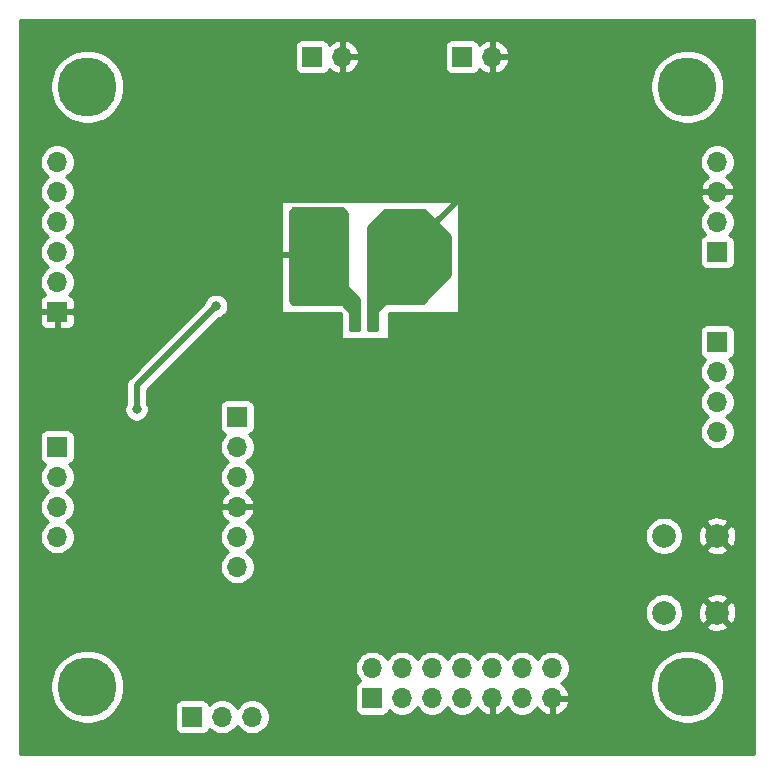
<source format=gbl>
G04 #@! TF.GenerationSoftware,KiCad,Pcbnew,(5.1.8)-1*
G04 #@! TF.CreationDate,2021-07-24T22:41:55-07:00*
G04 #@! TF.ProjectId,MSP430 Breakout,4d535034-3330-4204-9272-65616b6f7574,rev?*
G04 #@! TF.SameCoordinates,Original*
G04 #@! TF.FileFunction,Copper,L2,Bot*
G04 #@! TF.FilePolarity,Positive*
%FSLAX46Y46*%
G04 Gerber Fmt 4.6, Leading zero omitted, Abs format (unit mm)*
G04 Created by KiCad (PCBNEW (5.1.8)-1) date 2021-07-24 22:41:55*
%MOMM*%
%LPD*%
G01*
G04 APERTURE LIST*
G04 #@! TA.AperFunction,ComponentPad*
%ADD10O,1.700000X1.700000*%
G04 #@! TD*
G04 #@! TA.AperFunction,ComponentPad*
%ADD11R,1.700000X1.700000*%
G04 #@! TD*
G04 #@! TA.AperFunction,ComponentPad*
%ADD12C,2.000000*%
G04 #@! TD*
G04 #@! TA.AperFunction,ComponentPad*
%ADD13C,0.800000*%
G04 #@! TD*
G04 #@! TA.AperFunction,ComponentPad*
%ADD14C,5.000000*%
G04 #@! TD*
G04 #@! TA.AperFunction,ViaPad*
%ADD15C,0.800000*%
G04 #@! TD*
G04 #@! TA.AperFunction,Conductor*
%ADD16C,0.500000*%
G04 #@! TD*
G04 #@! TA.AperFunction,Conductor*
%ADD17C,0.254000*%
G04 #@! TD*
G04 #@! TA.AperFunction,Conductor*
%ADD18C,0.150000*%
G04 #@! TD*
G04 APERTURE END LIST*
D10*
X122047000Y-68326000D03*
X122047000Y-70866000D03*
X122047000Y-73406000D03*
X122047000Y-75946000D03*
X122047000Y-78486000D03*
D11*
X122047000Y-81026000D03*
X137287000Y-89916000D03*
D10*
X137287000Y-92456000D03*
X137287000Y-94996000D03*
X137287000Y-97536000D03*
X137287000Y-100076000D03*
X137287000Y-102616000D03*
D11*
X122047000Y-92456000D03*
D10*
X122047000Y-94996000D03*
X122047000Y-97536000D03*
X122047000Y-100076000D03*
D11*
X133477000Y-115316000D03*
D10*
X136017000Y-115316000D03*
X138557000Y-115316000D03*
D11*
X148717000Y-113728500D03*
D10*
X148717000Y-111188500D03*
X151257000Y-113728500D03*
X151257000Y-111188500D03*
X153797000Y-113728500D03*
X153797000Y-111188500D03*
X156337000Y-113728500D03*
X156337000Y-111188500D03*
X158877000Y-113728500D03*
X158877000Y-111188500D03*
X161417000Y-113728500D03*
X161417000Y-111188500D03*
X163957000Y-113728500D03*
X163957000Y-111188500D03*
D11*
X143637000Y-59436000D03*
D10*
X146177000Y-59436000D03*
D12*
X177918500Y-106489500D03*
X173418500Y-106489500D03*
X177918500Y-99989500D03*
X173418500Y-99989500D03*
D11*
X156337000Y-59436000D03*
D10*
X158877000Y-59436000D03*
D13*
X125912825Y-60650175D03*
X124587000Y-60101000D03*
X123261175Y-60650175D03*
X122712000Y-61976000D03*
X123261175Y-63301825D03*
X124587000Y-63851000D03*
X125912825Y-63301825D03*
X126462000Y-61976000D03*
D14*
X124587000Y-61976000D03*
X124587000Y-112776000D03*
D13*
X126462000Y-112776000D03*
X125912825Y-114101825D03*
X124587000Y-114651000D03*
X123261175Y-114101825D03*
X122712000Y-112776000D03*
X123261175Y-111450175D03*
X124587000Y-110901000D03*
X125912825Y-111450175D03*
X176712825Y-60650175D03*
X175387000Y-60101000D03*
X174061175Y-60650175D03*
X173512000Y-61976000D03*
X174061175Y-63301825D03*
X175387000Y-63851000D03*
X176712825Y-63301825D03*
X177262000Y-61976000D03*
D14*
X175387000Y-61976000D03*
X175387000Y-112776000D03*
D13*
X177262000Y-112776000D03*
X176712825Y-114101825D03*
X175387000Y-114651000D03*
X174061175Y-114101825D03*
X173512000Y-112776000D03*
X174061175Y-111450175D03*
X175387000Y-110901000D03*
X176712825Y-111450175D03*
D10*
X177927000Y-68326000D03*
X177927000Y-70866000D03*
X177927000Y-73406000D03*
D11*
X177927000Y-75946000D03*
X177927000Y-83566000D03*
D10*
X177927000Y-86106000D03*
X177927000Y-88646000D03*
X177927000Y-91186000D03*
D15*
X142367000Y-76200000D03*
X153797000Y-73787000D03*
X160274000Y-79756000D03*
X160401000Y-81915000D03*
X174180500Y-80010000D03*
X156591000Y-69215000D03*
X148336000Y-66421000D03*
X142621000Y-99314000D03*
X128778000Y-89281000D03*
X135509000Y-80518000D03*
D16*
X142367000Y-76200000D02*
X139700000Y-76200000D01*
X153797000Y-73787000D02*
X156464000Y-71120000D01*
X128778000Y-87249000D02*
X135509000Y-80518000D01*
X128778000Y-89281000D02*
X128778000Y-87249000D01*
D17*
X155321000Y-74601606D02*
X155321000Y-77925394D01*
X152982394Y-80264000D01*
X149860000Y-80264000D01*
X149835224Y-80266440D01*
X149811399Y-80273667D01*
X149789443Y-80285403D01*
X149770197Y-80301197D01*
X149135197Y-80936197D01*
X149119403Y-80955443D01*
X149107667Y-80977399D01*
X149100440Y-81001224D01*
X149098000Y-81026000D01*
X149098000Y-82550000D01*
X148336000Y-82550000D01*
X148336000Y-73839606D01*
X149785606Y-72390000D01*
X153109394Y-72390000D01*
X155321000Y-74601606D01*
G04 #@! TA.AperFunction,Conductor*
D18*
G36*
X155321000Y-74601606D02*
G01*
X155321000Y-77925394D01*
X152982394Y-80264000D01*
X149860000Y-80264000D01*
X149835224Y-80266440D01*
X149811399Y-80273667D01*
X149789443Y-80285403D01*
X149770197Y-80301197D01*
X149135197Y-80936197D01*
X149119403Y-80955443D01*
X149107667Y-80977399D01*
X149100440Y-81001224D01*
X149098000Y-81026000D01*
X149098000Y-82550000D01*
X148336000Y-82550000D01*
X148336000Y-73839606D01*
X149785606Y-72390000D01*
X153109394Y-72390000D01*
X155321000Y-74601606D01*
G37*
G04 #@! TD.AperFunction*
D17*
X146558000Y-72696606D02*
X146558000Y-78867000D01*
X146560440Y-78891776D01*
X146567667Y-78915601D01*
X146579403Y-78937557D01*
X146595197Y-78956803D01*
X147574000Y-79935606D01*
X147574000Y-82550000D01*
X146812000Y-82550000D01*
X146812000Y-81026000D01*
X146809560Y-81001224D01*
X146802333Y-80977399D01*
X146790597Y-80955443D01*
X146774803Y-80936197D01*
X146266803Y-80428197D01*
X146247557Y-80412403D01*
X146225601Y-80400667D01*
X146201776Y-80393440D01*
X146177000Y-80391000D01*
X142038606Y-80391000D01*
X141732000Y-80084394D01*
X141732000Y-72569606D01*
X142038606Y-72263000D01*
X146124394Y-72263000D01*
X146558000Y-72696606D01*
G04 #@! TA.AperFunction,Conductor*
D18*
G36*
X146558000Y-72696606D02*
G01*
X146558000Y-78867000D01*
X146560440Y-78891776D01*
X146567667Y-78915601D01*
X146579403Y-78937557D01*
X146595197Y-78956803D01*
X147574000Y-79935606D01*
X147574000Y-82550000D01*
X146812000Y-82550000D01*
X146812000Y-81026000D01*
X146809560Y-81001224D01*
X146802333Y-80977399D01*
X146790597Y-80955443D01*
X146774803Y-80936197D01*
X146266803Y-80428197D01*
X146247557Y-80412403D01*
X146225601Y-80400667D01*
X146201776Y-80393440D01*
X146177000Y-80391000D01*
X142038606Y-80391000D01*
X141732000Y-80084394D01*
X141732000Y-72569606D01*
X142038606Y-72263000D01*
X146124394Y-72263000D01*
X146558000Y-72696606D01*
G37*
G04 #@! TD.AperFunction*
D17*
X181077001Y-118466000D02*
X118897000Y-118466000D01*
X118897000Y-112467229D01*
X121452000Y-112467229D01*
X121452000Y-113084771D01*
X121572476Y-113690446D01*
X121808799Y-114260979D01*
X122151886Y-114774446D01*
X122588554Y-115211114D01*
X123102021Y-115554201D01*
X123672554Y-115790524D01*
X124278229Y-115911000D01*
X124895771Y-115911000D01*
X125501446Y-115790524D01*
X126071979Y-115554201D01*
X126585446Y-115211114D01*
X127022114Y-114774446D01*
X127228210Y-114466000D01*
X131988928Y-114466000D01*
X131988928Y-116166000D01*
X132001188Y-116290482D01*
X132037498Y-116410180D01*
X132096463Y-116520494D01*
X132175815Y-116617185D01*
X132272506Y-116696537D01*
X132382820Y-116755502D01*
X132502518Y-116791812D01*
X132627000Y-116804072D01*
X134327000Y-116804072D01*
X134451482Y-116791812D01*
X134571180Y-116755502D01*
X134681494Y-116696537D01*
X134778185Y-116617185D01*
X134857537Y-116520494D01*
X134916502Y-116410180D01*
X134938513Y-116337620D01*
X135070368Y-116469475D01*
X135313589Y-116631990D01*
X135583842Y-116743932D01*
X135870740Y-116801000D01*
X136163260Y-116801000D01*
X136450158Y-116743932D01*
X136720411Y-116631990D01*
X136963632Y-116469475D01*
X137170475Y-116262632D01*
X137287000Y-116088240D01*
X137403525Y-116262632D01*
X137610368Y-116469475D01*
X137853589Y-116631990D01*
X138123842Y-116743932D01*
X138410740Y-116801000D01*
X138703260Y-116801000D01*
X138990158Y-116743932D01*
X139260411Y-116631990D01*
X139503632Y-116469475D01*
X139710475Y-116262632D01*
X139872990Y-116019411D01*
X139984932Y-115749158D01*
X140042000Y-115462260D01*
X140042000Y-115169740D01*
X139984932Y-114882842D01*
X139872990Y-114612589D01*
X139710475Y-114369368D01*
X139503632Y-114162525D01*
X139260411Y-114000010D01*
X138990158Y-113888068D01*
X138703260Y-113831000D01*
X138410740Y-113831000D01*
X138123842Y-113888068D01*
X137853589Y-114000010D01*
X137610368Y-114162525D01*
X137403525Y-114369368D01*
X137287000Y-114543760D01*
X137170475Y-114369368D01*
X136963632Y-114162525D01*
X136720411Y-114000010D01*
X136450158Y-113888068D01*
X136163260Y-113831000D01*
X135870740Y-113831000D01*
X135583842Y-113888068D01*
X135313589Y-114000010D01*
X135070368Y-114162525D01*
X134938513Y-114294380D01*
X134916502Y-114221820D01*
X134857537Y-114111506D01*
X134778185Y-114014815D01*
X134681494Y-113935463D01*
X134571180Y-113876498D01*
X134451482Y-113840188D01*
X134327000Y-113827928D01*
X132627000Y-113827928D01*
X132502518Y-113840188D01*
X132382820Y-113876498D01*
X132272506Y-113935463D01*
X132175815Y-114014815D01*
X132096463Y-114111506D01*
X132037498Y-114221820D01*
X132001188Y-114341518D01*
X131988928Y-114466000D01*
X127228210Y-114466000D01*
X127365201Y-114260979D01*
X127601524Y-113690446D01*
X127722000Y-113084771D01*
X127722000Y-112878500D01*
X147228928Y-112878500D01*
X147228928Y-114578500D01*
X147241188Y-114702982D01*
X147277498Y-114822680D01*
X147336463Y-114932994D01*
X147415815Y-115029685D01*
X147512506Y-115109037D01*
X147622820Y-115168002D01*
X147742518Y-115204312D01*
X147867000Y-115216572D01*
X149567000Y-115216572D01*
X149691482Y-115204312D01*
X149811180Y-115168002D01*
X149921494Y-115109037D01*
X150018185Y-115029685D01*
X150097537Y-114932994D01*
X150156502Y-114822680D01*
X150178513Y-114750120D01*
X150310368Y-114881975D01*
X150553589Y-115044490D01*
X150823842Y-115156432D01*
X151110740Y-115213500D01*
X151403260Y-115213500D01*
X151690158Y-115156432D01*
X151960411Y-115044490D01*
X152203632Y-114881975D01*
X152410475Y-114675132D01*
X152527000Y-114500740D01*
X152643525Y-114675132D01*
X152850368Y-114881975D01*
X153093589Y-115044490D01*
X153363842Y-115156432D01*
X153650740Y-115213500D01*
X153943260Y-115213500D01*
X154230158Y-115156432D01*
X154500411Y-115044490D01*
X154743632Y-114881975D01*
X154950475Y-114675132D01*
X155067000Y-114500740D01*
X155183525Y-114675132D01*
X155390368Y-114881975D01*
X155633589Y-115044490D01*
X155903842Y-115156432D01*
X156190740Y-115213500D01*
X156483260Y-115213500D01*
X156770158Y-115156432D01*
X157040411Y-115044490D01*
X157283632Y-114881975D01*
X157490475Y-114675132D01*
X157612195Y-114492966D01*
X157681822Y-114609855D01*
X157876731Y-114826088D01*
X158110080Y-115000141D01*
X158372901Y-115125325D01*
X158520110Y-115169976D01*
X158750000Y-115048655D01*
X158750000Y-113855500D01*
X158730000Y-113855500D01*
X158730000Y-113601500D01*
X158750000Y-113601500D01*
X158750000Y-113581500D01*
X159004000Y-113581500D01*
X159004000Y-113601500D01*
X159024000Y-113601500D01*
X159024000Y-113855500D01*
X159004000Y-113855500D01*
X159004000Y-115048655D01*
X159233890Y-115169976D01*
X159381099Y-115125325D01*
X159643920Y-115000141D01*
X159877269Y-114826088D01*
X160072178Y-114609855D01*
X160141805Y-114492966D01*
X160263525Y-114675132D01*
X160470368Y-114881975D01*
X160713589Y-115044490D01*
X160983842Y-115156432D01*
X161270740Y-115213500D01*
X161563260Y-115213500D01*
X161850158Y-115156432D01*
X162120411Y-115044490D01*
X162363632Y-114881975D01*
X162570475Y-114675132D01*
X162692195Y-114492966D01*
X162761822Y-114609855D01*
X162956731Y-114826088D01*
X163190080Y-115000141D01*
X163452901Y-115125325D01*
X163600110Y-115169976D01*
X163830000Y-115048655D01*
X163830000Y-113855500D01*
X164084000Y-113855500D01*
X164084000Y-115048655D01*
X164313890Y-115169976D01*
X164461099Y-115125325D01*
X164723920Y-115000141D01*
X164957269Y-114826088D01*
X165152178Y-114609855D01*
X165301157Y-114359752D01*
X165398481Y-114085391D01*
X165277814Y-113855500D01*
X164084000Y-113855500D01*
X163830000Y-113855500D01*
X163810000Y-113855500D01*
X163810000Y-113601500D01*
X163830000Y-113601500D01*
X163830000Y-113581500D01*
X164084000Y-113581500D01*
X164084000Y-113601500D01*
X165277814Y-113601500D01*
X165398481Y-113371609D01*
X165301157Y-113097248D01*
X165152178Y-112847145D01*
X164957269Y-112630912D01*
X164737823Y-112467229D01*
X172252000Y-112467229D01*
X172252000Y-113084771D01*
X172372476Y-113690446D01*
X172608799Y-114260979D01*
X172951886Y-114774446D01*
X173388554Y-115211114D01*
X173902021Y-115554201D01*
X174472554Y-115790524D01*
X175078229Y-115911000D01*
X175695771Y-115911000D01*
X176301446Y-115790524D01*
X176871979Y-115554201D01*
X177385446Y-115211114D01*
X177822114Y-114774446D01*
X178165201Y-114260979D01*
X178401524Y-113690446D01*
X178522000Y-113084771D01*
X178522000Y-112467229D01*
X178401524Y-111861554D01*
X178165201Y-111291021D01*
X177822114Y-110777554D01*
X177385446Y-110340886D01*
X176871979Y-109997799D01*
X176301446Y-109761476D01*
X175695771Y-109641000D01*
X175078229Y-109641000D01*
X174472554Y-109761476D01*
X173902021Y-109997799D01*
X173388554Y-110340886D01*
X172951886Y-110777554D01*
X172608799Y-111291021D01*
X172372476Y-111861554D01*
X172252000Y-112467229D01*
X164737823Y-112467229D01*
X164727594Y-112459600D01*
X164903632Y-112341975D01*
X165110475Y-112135132D01*
X165272990Y-111891911D01*
X165384932Y-111621658D01*
X165442000Y-111334760D01*
X165442000Y-111042240D01*
X165384932Y-110755342D01*
X165272990Y-110485089D01*
X165110475Y-110241868D01*
X164903632Y-110035025D01*
X164660411Y-109872510D01*
X164390158Y-109760568D01*
X164103260Y-109703500D01*
X163810740Y-109703500D01*
X163523842Y-109760568D01*
X163253589Y-109872510D01*
X163010368Y-110035025D01*
X162803525Y-110241868D01*
X162687000Y-110416260D01*
X162570475Y-110241868D01*
X162363632Y-110035025D01*
X162120411Y-109872510D01*
X161850158Y-109760568D01*
X161563260Y-109703500D01*
X161270740Y-109703500D01*
X160983842Y-109760568D01*
X160713589Y-109872510D01*
X160470368Y-110035025D01*
X160263525Y-110241868D01*
X160147000Y-110416260D01*
X160030475Y-110241868D01*
X159823632Y-110035025D01*
X159580411Y-109872510D01*
X159310158Y-109760568D01*
X159023260Y-109703500D01*
X158730740Y-109703500D01*
X158443842Y-109760568D01*
X158173589Y-109872510D01*
X157930368Y-110035025D01*
X157723525Y-110241868D01*
X157607000Y-110416260D01*
X157490475Y-110241868D01*
X157283632Y-110035025D01*
X157040411Y-109872510D01*
X156770158Y-109760568D01*
X156483260Y-109703500D01*
X156190740Y-109703500D01*
X155903842Y-109760568D01*
X155633589Y-109872510D01*
X155390368Y-110035025D01*
X155183525Y-110241868D01*
X155067000Y-110416260D01*
X154950475Y-110241868D01*
X154743632Y-110035025D01*
X154500411Y-109872510D01*
X154230158Y-109760568D01*
X153943260Y-109703500D01*
X153650740Y-109703500D01*
X153363842Y-109760568D01*
X153093589Y-109872510D01*
X152850368Y-110035025D01*
X152643525Y-110241868D01*
X152527000Y-110416260D01*
X152410475Y-110241868D01*
X152203632Y-110035025D01*
X151960411Y-109872510D01*
X151690158Y-109760568D01*
X151403260Y-109703500D01*
X151110740Y-109703500D01*
X150823842Y-109760568D01*
X150553589Y-109872510D01*
X150310368Y-110035025D01*
X150103525Y-110241868D01*
X149987000Y-110416260D01*
X149870475Y-110241868D01*
X149663632Y-110035025D01*
X149420411Y-109872510D01*
X149150158Y-109760568D01*
X148863260Y-109703500D01*
X148570740Y-109703500D01*
X148283842Y-109760568D01*
X148013589Y-109872510D01*
X147770368Y-110035025D01*
X147563525Y-110241868D01*
X147401010Y-110485089D01*
X147289068Y-110755342D01*
X147232000Y-111042240D01*
X147232000Y-111334760D01*
X147289068Y-111621658D01*
X147401010Y-111891911D01*
X147563525Y-112135132D01*
X147695380Y-112266987D01*
X147622820Y-112288998D01*
X147512506Y-112347963D01*
X147415815Y-112427315D01*
X147336463Y-112524006D01*
X147277498Y-112634320D01*
X147241188Y-112754018D01*
X147228928Y-112878500D01*
X127722000Y-112878500D01*
X127722000Y-112467229D01*
X127601524Y-111861554D01*
X127365201Y-111291021D01*
X127022114Y-110777554D01*
X126585446Y-110340886D01*
X126071979Y-109997799D01*
X125501446Y-109761476D01*
X124895771Y-109641000D01*
X124278229Y-109641000D01*
X123672554Y-109761476D01*
X123102021Y-109997799D01*
X122588554Y-110340886D01*
X122151886Y-110777554D01*
X121808799Y-111291021D01*
X121572476Y-111861554D01*
X121452000Y-112467229D01*
X118897000Y-112467229D01*
X118897000Y-106328467D01*
X171783500Y-106328467D01*
X171783500Y-106650533D01*
X171846332Y-106966412D01*
X171969582Y-107263963D01*
X172148513Y-107531752D01*
X172376248Y-107759487D01*
X172644037Y-107938418D01*
X172941588Y-108061668D01*
X173257467Y-108124500D01*
X173579533Y-108124500D01*
X173895412Y-108061668D01*
X174192963Y-107938418D01*
X174460752Y-107759487D01*
X174595326Y-107624913D01*
X176962692Y-107624913D01*
X177058456Y-107889314D01*
X177348071Y-108030204D01*
X177659608Y-108111884D01*
X177981095Y-108131218D01*
X178300175Y-108087461D01*
X178604588Y-107982295D01*
X178778544Y-107889314D01*
X178874308Y-107624913D01*
X177918500Y-106669105D01*
X176962692Y-107624913D01*
X174595326Y-107624913D01*
X174688487Y-107531752D01*
X174867418Y-107263963D01*
X174990668Y-106966412D01*
X175053500Y-106650533D01*
X175053500Y-106552095D01*
X176276782Y-106552095D01*
X176320539Y-106871175D01*
X176425705Y-107175588D01*
X176518686Y-107349544D01*
X176783087Y-107445308D01*
X177738895Y-106489500D01*
X178098105Y-106489500D01*
X179053913Y-107445308D01*
X179318314Y-107349544D01*
X179459204Y-107059929D01*
X179540884Y-106748392D01*
X179560218Y-106426905D01*
X179516461Y-106107825D01*
X179411295Y-105803412D01*
X179318314Y-105629456D01*
X179053913Y-105533692D01*
X178098105Y-106489500D01*
X177738895Y-106489500D01*
X176783087Y-105533692D01*
X176518686Y-105629456D01*
X176377796Y-105919071D01*
X176296116Y-106230608D01*
X176276782Y-106552095D01*
X175053500Y-106552095D01*
X175053500Y-106328467D01*
X174990668Y-106012588D01*
X174867418Y-105715037D01*
X174688487Y-105447248D01*
X174595326Y-105354087D01*
X176962692Y-105354087D01*
X177918500Y-106309895D01*
X178874308Y-105354087D01*
X178778544Y-105089686D01*
X178488929Y-104948796D01*
X178177392Y-104867116D01*
X177855905Y-104847782D01*
X177536825Y-104891539D01*
X177232412Y-104996705D01*
X177058456Y-105089686D01*
X176962692Y-105354087D01*
X174595326Y-105354087D01*
X174460752Y-105219513D01*
X174192963Y-105040582D01*
X173895412Y-104917332D01*
X173579533Y-104854500D01*
X173257467Y-104854500D01*
X172941588Y-104917332D01*
X172644037Y-105040582D01*
X172376248Y-105219513D01*
X172148513Y-105447248D01*
X171969582Y-105715037D01*
X171846332Y-106012588D01*
X171783500Y-106328467D01*
X118897000Y-106328467D01*
X118897000Y-91606000D01*
X120558928Y-91606000D01*
X120558928Y-93306000D01*
X120571188Y-93430482D01*
X120607498Y-93550180D01*
X120666463Y-93660494D01*
X120745815Y-93757185D01*
X120842506Y-93836537D01*
X120952820Y-93895502D01*
X121025380Y-93917513D01*
X120893525Y-94049368D01*
X120731010Y-94292589D01*
X120619068Y-94562842D01*
X120562000Y-94849740D01*
X120562000Y-95142260D01*
X120619068Y-95429158D01*
X120731010Y-95699411D01*
X120893525Y-95942632D01*
X121100368Y-96149475D01*
X121274760Y-96266000D01*
X121100368Y-96382525D01*
X120893525Y-96589368D01*
X120731010Y-96832589D01*
X120619068Y-97102842D01*
X120562000Y-97389740D01*
X120562000Y-97682260D01*
X120619068Y-97969158D01*
X120731010Y-98239411D01*
X120893525Y-98482632D01*
X121100368Y-98689475D01*
X121274760Y-98806000D01*
X121100368Y-98922525D01*
X120893525Y-99129368D01*
X120731010Y-99372589D01*
X120619068Y-99642842D01*
X120562000Y-99929740D01*
X120562000Y-100222260D01*
X120619068Y-100509158D01*
X120731010Y-100779411D01*
X120893525Y-101022632D01*
X121100368Y-101229475D01*
X121343589Y-101391990D01*
X121613842Y-101503932D01*
X121900740Y-101561000D01*
X122193260Y-101561000D01*
X122480158Y-101503932D01*
X122750411Y-101391990D01*
X122993632Y-101229475D01*
X123200475Y-101022632D01*
X123362990Y-100779411D01*
X123474932Y-100509158D01*
X123532000Y-100222260D01*
X123532000Y-99929740D01*
X135802000Y-99929740D01*
X135802000Y-100222260D01*
X135859068Y-100509158D01*
X135971010Y-100779411D01*
X136133525Y-101022632D01*
X136340368Y-101229475D01*
X136514760Y-101346000D01*
X136340368Y-101462525D01*
X136133525Y-101669368D01*
X135971010Y-101912589D01*
X135859068Y-102182842D01*
X135802000Y-102469740D01*
X135802000Y-102762260D01*
X135859068Y-103049158D01*
X135971010Y-103319411D01*
X136133525Y-103562632D01*
X136340368Y-103769475D01*
X136583589Y-103931990D01*
X136853842Y-104043932D01*
X137140740Y-104101000D01*
X137433260Y-104101000D01*
X137720158Y-104043932D01*
X137990411Y-103931990D01*
X138233632Y-103769475D01*
X138440475Y-103562632D01*
X138602990Y-103319411D01*
X138714932Y-103049158D01*
X138772000Y-102762260D01*
X138772000Y-102469740D01*
X138714932Y-102182842D01*
X138602990Y-101912589D01*
X138440475Y-101669368D01*
X138233632Y-101462525D01*
X138059240Y-101346000D01*
X138233632Y-101229475D01*
X138440475Y-101022632D01*
X138602990Y-100779411D01*
X138714932Y-100509158D01*
X138772000Y-100222260D01*
X138772000Y-99929740D01*
X138751856Y-99828467D01*
X171783500Y-99828467D01*
X171783500Y-100150533D01*
X171846332Y-100466412D01*
X171969582Y-100763963D01*
X172148513Y-101031752D01*
X172376248Y-101259487D01*
X172644037Y-101438418D01*
X172941588Y-101561668D01*
X173257467Y-101624500D01*
X173579533Y-101624500D01*
X173895412Y-101561668D01*
X174192963Y-101438418D01*
X174460752Y-101259487D01*
X174595326Y-101124913D01*
X176962692Y-101124913D01*
X177058456Y-101389314D01*
X177348071Y-101530204D01*
X177659608Y-101611884D01*
X177981095Y-101631218D01*
X178300175Y-101587461D01*
X178604588Y-101482295D01*
X178778544Y-101389314D01*
X178874308Y-101124913D01*
X177918500Y-100169105D01*
X176962692Y-101124913D01*
X174595326Y-101124913D01*
X174688487Y-101031752D01*
X174867418Y-100763963D01*
X174990668Y-100466412D01*
X175053500Y-100150533D01*
X175053500Y-100052095D01*
X176276782Y-100052095D01*
X176320539Y-100371175D01*
X176425705Y-100675588D01*
X176518686Y-100849544D01*
X176783087Y-100945308D01*
X177738895Y-99989500D01*
X178098105Y-99989500D01*
X179053913Y-100945308D01*
X179318314Y-100849544D01*
X179459204Y-100559929D01*
X179540884Y-100248392D01*
X179560218Y-99926905D01*
X179516461Y-99607825D01*
X179411295Y-99303412D01*
X179318314Y-99129456D01*
X179053913Y-99033692D01*
X178098105Y-99989500D01*
X177738895Y-99989500D01*
X176783087Y-99033692D01*
X176518686Y-99129456D01*
X176377796Y-99419071D01*
X176296116Y-99730608D01*
X176276782Y-100052095D01*
X175053500Y-100052095D01*
X175053500Y-99828467D01*
X174990668Y-99512588D01*
X174867418Y-99215037D01*
X174688487Y-98947248D01*
X174595326Y-98854087D01*
X176962692Y-98854087D01*
X177918500Y-99809895D01*
X178874308Y-98854087D01*
X178778544Y-98589686D01*
X178488929Y-98448796D01*
X178177392Y-98367116D01*
X177855905Y-98347782D01*
X177536825Y-98391539D01*
X177232412Y-98496705D01*
X177058456Y-98589686D01*
X176962692Y-98854087D01*
X174595326Y-98854087D01*
X174460752Y-98719513D01*
X174192963Y-98540582D01*
X173895412Y-98417332D01*
X173579533Y-98354500D01*
X173257467Y-98354500D01*
X172941588Y-98417332D01*
X172644037Y-98540582D01*
X172376248Y-98719513D01*
X172148513Y-98947248D01*
X171969582Y-99215037D01*
X171846332Y-99512588D01*
X171783500Y-99828467D01*
X138751856Y-99828467D01*
X138714932Y-99642842D01*
X138602990Y-99372589D01*
X138440475Y-99129368D01*
X138233632Y-98922525D01*
X138051466Y-98800805D01*
X138168355Y-98731178D01*
X138384588Y-98536269D01*
X138558641Y-98302920D01*
X138683825Y-98040099D01*
X138728476Y-97892890D01*
X138607155Y-97663000D01*
X137414000Y-97663000D01*
X137414000Y-97683000D01*
X137160000Y-97683000D01*
X137160000Y-97663000D01*
X135966845Y-97663000D01*
X135845524Y-97892890D01*
X135890175Y-98040099D01*
X136015359Y-98302920D01*
X136189412Y-98536269D01*
X136405645Y-98731178D01*
X136522534Y-98800805D01*
X136340368Y-98922525D01*
X136133525Y-99129368D01*
X135971010Y-99372589D01*
X135859068Y-99642842D01*
X135802000Y-99929740D01*
X123532000Y-99929740D01*
X123474932Y-99642842D01*
X123362990Y-99372589D01*
X123200475Y-99129368D01*
X122993632Y-98922525D01*
X122819240Y-98806000D01*
X122993632Y-98689475D01*
X123200475Y-98482632D01*
X123362990Y-98239411D01*
X123474932Y-97969158D01*
X123532000Y-97682260D01*
X123532000Y-97389740D01*
X123474932Y-97102842D01*
X123362990Y-96832589D01*
X123200475Y-96589368D01*
X122993632Y-96382525D01*
X122819240Y-96266000D01*
X122993632Y-96149475D01*
X123200475Y-95942632D01*
X123362990Y-95699411D01*
X123474932Y-95429158D01*
X123532000Y-95142260D01*
X123532000Y-94849740D01*
X123474932Y-94562842D01*
X123362990Y-94292589D01*
X123200475Y-94049368D01*
X123068620Y-93917513D01*
X123141180Y-93895502D01*
X123251494Y-93836537D01*
X123348185Y-93757185D01*
X123427537Y-93660494D01*
X123486502Y-93550180D01*
X123522812Y-93430482D01*
X123535072Y-93306000D01*
X123535072Y-91606000D01*
X123522812Y-91481518D01*
X123486502Y-91361820D01*
X123427537Y-91251506D01*
X123348185Y-91154815D01*
X123251494Y-91075463D01*
X123141180Y-91016498D01*
X123021482Y-90980188D01*
X122897000Y-90967928D01*
X121197000Y-90967928D01*
X121072518Y-90980188D01*
X120952820Y-91016498D01*
X120842506Y-91075463D01*
X120745815Y-91154815D01*
X120666463Y-91251506D01*
X120607498Y-91361820D01*
X120571188Y-91481518D01*
X120558928Y-91606000D01*
X118897000Y-91606000D01*
X118897000Y-89179061D01*
X127743000Y-89179061D01*
X127743000Y-89382939D01*
X127782774Y-89582898D01*
X127860795Y-89771256D01*
X127974063Y-89940774D01*
X128118226Y-90084937D01*
X128287744Y-90198205D01*
X128476102Y-90276226D01*
X128676061Y-90316000D01*
X128879939Y-90316000D01*
X129079898Y-90276226D01*
X129268256Y-90198205D01*
X129437774Y-90084937D01*
X129581937Y-89940774D01*
X129695205Y-89771256D01*
X129773226Y-89582898D01*
X129813000Y-89382939D01*
X129813000Y-89179061D01*
X129790511Y-89066000D01*
X135798928Y-89066000D01*
X135798928Y-90766000D01*
X135811188Y-90890482D01*
X135847498Y-91010180D01*
X135906463Y-91120494D01*
X135985815Y-91217185D01*
X136082506Y-91296537D01*
X136192820Y-91355502D01*
X136265380Y-91377513D01*
X136133525Y-91509368D01*
X135971010Y-91752589D01*
X135859068Y-92022842D01*
X135802000Y-92309740D01*
X135802000Y-92602260D01*
X135859068Y-92889158D01*
X135971010Y-93159411D01*
X136133525Y-93402632D01*
X136340368Y-93609475D01*
X136514760Y-93726000D01*
X136340368Y-93842525D01*
X136133525Y-94049368D01*
X135971010Y-94292589D01*
X135859068Y-94562842D01*
X135802000Y-94849740D01*
X135802000Y-95142260D01*
X135859068Y-95429158D01*
X135971010Y-95699411D01*
X136133525Y-95942632D01*
X136340368Y-96149475D01*
X136522534Y-96271195D01*
X136405645Y-96340822D01*
X136189412Y-96535731D01*
X136015359Y-96769080D01*
X135890175Y-97031901D01*
X135845524Y-97179110D01*
X135966845Y-97409000D01*
X137160000Y-97409000D01*
X137160000Y-97389000D01*
X137414000Y-97389000D01*
X137414000Y-97409000D01*
X138607155Y-97409000D01*
X138728476Y-97179110D01*
X138683825Y-97031901D01*
X138558641Y-96769080D01*
X138384588Y-96535731D01*
X138168355Y-96340822D01*
X138051466Y-96271195D01*
X138233632Y-96149475D01*
X138440475Y-95942632D01*
X138602990Y-95699411D01*
X138714932Y-95429158D01*
X138772000Y-95142260D01*
X138772000Y-94849740D01*
X138714932Y-94562842D01*
X138602990Y-94292589D01*
X138440475Y-94049368D01*
X138233632Y-93842525D01*
X138059240Y-93726000D01*
X138233632Y-93609475D01*
X138440475Y-93402632D01*
X138602990Y-93159411D01*
X138714932Y-92889158D01*
X138772000Y-92602260D01*
X138772000Y-92309740D01*
X138714932Y-92022842D01*
X138602990Y-91752589D01*
X138440475Y-91509368D01*
X138308620Y-91377513D01*
X138381180Y-91355502D01*
X138491494Y-91296537D01*
X138588185Y-91217185D01*
X138667537Y-91120494D01*
X138726502Y-91010180D01*
X138762812Y-90890482D01*
X138775072Y-90766000D01*
X138775072Y-89066000D01*
X138762812Y-88941518D01*
X138726502Y-88821820D01*
X138667537Y-88711506D01*
X138588185Y-88614815D01*
X138491494Y-88535463D01*
X138381180Y-88476498D01*
X138261482Y-88440188D01*
X138137000Y-88427928D01*
X136437000Y-88427928D01*
X136312518Y-88440188D01*
X136192820Y-88476498D01*
X136082506Y-88535463D01*
X135985815Y-88614815D01*
X135906463Y-88711506D01*
X135847498Y-88821820D01*
X135811188Y-88941518D01*
X135798928Y-89066000D01*
X129790511Y-89066000D01*
X129773226Y-88979102D01*
X129695205Y-88790744D01*
X129663000Y-88742546D01*
X129663000Y-87615578D01*
X135754044Y-81524535D01*
X135810898Y-81513226D01*
X135999256Y-81435205D01*
X136168774Y-81321937D01*
X136312937Y-81177774D01*
X136426205Y-81008256D01*
X136504226Y-80819898D01*
X136544000Y-80619939D01*
X136544000Y-80416061D01*
X136504226Y-80216102D01*
X136426205Y-80027744D01*
X136312937Y-79858226D01*
X136168774Y-79714063D01*
X135999256Y-79600795D01*
X135810898Y-79522774D01*
X135610939Y-79483000D01*
X135407061Y-79483000D01*
X135207102Y-79522774D01*
X135018744Y-79600795D01*
X134849226Y-79714063D01*
X134705063Y-79858226D01*
X134591795Y-80027744D01*
X134513774Y-80216102D01*
X134502465Y-80272956D01*
X128182952Y-86592470D01*
X128149184Y-86620183D01*
X128121471Y-86653951D01*
X128121468Y-86653954D01*
X128038590Y-86754941D01*
X127956412Y-86908687D01*
X127905805Y-87075510D01*
X127888719Y-87249000D01*
X127893001Y-87292479D01*
X127893000Y-88742545D01*
X127860795Y-88790744D01*
X127782774Y-88979102D01*
X127743000Y-89179061D01*
X118897000Y-89179061D01*
X118897000Y-81876000D01*
X120558928Y-81876000D01*
X120571188Y-82000482D01*
X120607498Y-82120180D01*
X120666463Y-82230494D01*
X120745815Y-82327185D01*
X120842506Y-82406537D01*
X120952820Y-82465502D01*
X121072518Y-82501812D01*
X121197000Y-82514072D01*
X121761250Y-82511000D01*
X121920000Y-82352250D01*
X121920000Y-81153000D01*
X122174000Y-81153000D01*
X122174000Y-82352250D01*
X122332750Y-82511000D01*
X122897000Y-82514072D01*
X123021482Y-82501812D01*
X123141180Y-82465502D01*
X123251494Y-82406537D01*
X123348185Y-82327185D01*
X123427537Y-82230494D01*
X123486502Y-82120180D01*
X123522812Y-82000482D01*
X123535072Y-81876000D01*
X123532000Y-81311750D01*
X123373250Y-81153000D01*
X122174000Y-81153000D01*
X121920000Y-81153000D01*
X120720750Y-81153000D01*
X120562000Y-81311750D01*
X120558928Y-81876000D01*
X118897000Y-81876000D01*
X118897000Y-80176000D01*
X120558928Y-80176000D01*
X120562000Y-80740250D01*
X120720750Y-80899000D01*
X121920000Y-80899000D01*
X121920000Y-80879000D01*
X122174000Y-80879000D01*
X122174000Y-80899000D01*
X123373250Y-80899000D01*
X123532000Y-80740250D01*
X123535072Y-80176000D01*
X123522812Y-80051518D01*
X123486502Y-79931820D01*
X123427537Y-79821506D01*
X123348185Y-79724815D01*
X123251494Y-79645463D01*
X123141180Y-79586498D01*
X123068620Y-79564487D01*
X123200475Y-79432632D01*
X123362990Y-79189411D01*
X123474932Y-78919158D01*
X123532000Y-78632260D01*
X123532000Y-78339740D01*
X123474932Y-78052842D01*
X123362990Y-77782589D01*
X123200475Y-77539368D01*
X122993632Y-77332525D01*
X122819240Y-77216000D01*
X122993632Y-77099475D01*
X123200475Y-76892632D01*
X123362990Y-76649411D01*
X123474932Y-76379158D01*
X123532000Y-76092260D01*
X123532000Y-75799740D01*
X123474932Y-75512842D01*
X123362990Y-75242589D01*
X123200475Y-74999368D01*
X122993632Y-74792525D01*
X122819240Y-74676000D01*
X122993632Y-74559475D01*
X123200475Y-74352632D01*
X123362990Y-74109411D01*
X123474932Y-73839158D01*
X123532000Y-73552260D01*
X123532000Y-73259740D01*
X123474932Y-72972842D01*
X123362990Y-72702589D01*
X123200475Y-72459368D01*
X122993632Y-72252525D01*
X122819240Y-72136000D01*
X122993632Y-72019475D01*
X123200475Y-71812632D01*
X123238983Y-71755000D01*
X140970000Y-71755000D01*
X140970000Y-81026000D01*
X140972440Y-81050776D01*
X140979667Y-81074601D01*
X140991403Y-81096557D01*
X141007197Y-81115803D01*
X141026443Y-81131597D01*
X141048399Y-81143333D01*
X141072224Y-81150560D01*
X141097000Y-81153000D01*
X146050000Y-81153000D01*
X146050000Y-83185000D01*
X146052440Y-83209776D01*
X146059667Y-83233601D01*
X146071403Y-83255557D01*
X146087197Y-83274803D01*
X146106443Y-83290597D01*
X146128399Y-83302333D01*
X146152224Y-83309560D01*
X146177000Y-83312000D01*
X149987000Y-83312000D01*
X150011776Y-83309560D01*
X150035601Y-83302333D01*
X150057557Y-83290597D01*
X150076803Y-83274803D01*
X150092597Y-83255557D01*
X150104333Y-83233601D01*
X150111560Y-83209776D01*
X150114000Y-83185000D01*
X150114000Y-82716000D01*
X176438928Y-82716000D01*
X176438928Y-84416000D01*
X176451188Y-84540482D01*
X176487498Y-84660180D01*
X176546463Y-84770494D01*
X176625815Y-84867185D01*
X176722506Y-84946537D01*
X176832820Y-85005502D01*
X176905380Y-85027513D01*
X176773525Y-85159368D01*
X176611010Y-85402589D01*
X176499068Y-85672842D01*
X176442000Y-85959740D01*
X176442000Y-86252260D01*
X176499068Y-86539158D01*
X176611010Y-86809411D01*
X176773525Y-87052632D01*
X176980368Y-87259475D01*
X177154760Y-87376000D01*
X176980368Y-87492525D01*
X176773525Y-87699368D01*
X176611010Y-87942589D01*
X176499068Y-88212842D01*
X176442000Y-88499740D01*
X176442000Y-88792260D01*
X176499068Y-89079158D01*
X176611010Y-89349411D01*
X176773525Y-89592632D01*
X176980368Y-89799475D01*
X177154760Y-89916000D01*
X176980368Y-90032525D01*
X176773525Y-90239368D01*
X176611010Y-90482589D01*
X176499068Y-90752842D01*
X176442000Y-91039740D01*
X176442000Y-91332260D01*
X176499068Y-91619158D01*
X176611010Y-91889411D01*
X176773525Y-92132632D01*
X176980368Y-92339475D01*
X177223589Y-92501990D01*
X177493842Y-92613932D01*
X177780740Y-92671000D01*
X178073260Y-92671000D01*
X178360158Y-92613932D01*
X178630411Y-92501990D01*
X178873632Y-92339475D01*
X179080475Y-92132632D01*
X179242990Y-91889411D01*
X179354932Y-91619158D01*
X179412000Y-91332260D01*
X179412000Y-91039740D01*
X179354932Y-90752842D01*
X179242990Y-90482589D01*
X179080475Y-90239368D01*
X178873632Y-90032525D01*
X178699240Y-89916000D01*
X178873632Y-89799475D01*
X179080475Y-89592632D01*
X179242990Y-89349411D01*
X179354932Y-89079158D01*
X179412000Y-88792260D01*
X179412000Y-88499740D01*
X179354932Y-88212842D01*
X179242990Y-87942589D01*
X179080475Y-87699368D01*
X178873632Y-87492525D01*
X178699240Y-87376000D01*
X178873632Y-87259475D01*
X179080475Y-87052632D01*
X179242990Y-86809411D01*
X179354932Y-86539158D01*
X179412000Y-86252260D01*
X179412000Y-85959740D01*
X179354932Y-85672842D01*
X179242990Y-85402589D01*
X179080475Y-85159368D01*
X178948620Y-85027513D01*
X179021180Y-85005502D01*
X179131494Y-84946537D01*
X179228185Y-84867185D01*
X179307537Y-84770494D01*
X179366502Y-84660180D01*
X179402812Y-84540482D01*
X179415072Y-84416000D01*
X179415072Y-82716000D01*
X179402812Y-82591518D01*
X179366502Y-82471820D01*
X179307537Y-82361506D01*
X179228185Y-82264815D01*
X179131494Y-82185463D01*
X179021180Y-82126498D01*
X178901482Y-82090188D01*
X178777000Y-82077928D01*
X177077000Y-82077928D01*
X176952518Y-82090188D01*
X176832820Y-82126498D01*
X176722506Y-82185463D01*
X176625815Y-82264815D01*
X176546463Y-82361506D01*
X176487498Y-82471820D01*
X176451188Y-82591518D01*
X176438928Y-82716000D01*
X150114000Y-82716000D01*
X150114000Y-81153000D01*
X155956000Y-81153000D01*
X155980776Y-81150560D01*
X156004601Y-81143333D01*
X156026557Y-81131597D01*
X156045803Y-81115803D01*
X156061597Y-81096557D01*
X156073333Y-81074601D01*
X156080560Y-81050776D01*
X156083000Y-81026000D01*
X156083000Y-75096000D01*
X176438928Y-75096000D01*
X176438928Y-76796000D01*
X176451188Y-76920482D01*
X176487498Y-77040180D01*
X176546463Y-77150494D01*
X176625815Y-77247185D01*
X176722506Y-77326537D01*
X176832820Y-77385502D01*
X176952518Y-77421812D01*
X177077000Y-77434072D01*
X178777000Y-77434072D01*
X178901482Y-77421812D01*
X179021180Y-77385502D01*
X179131494Y-77326537D01*
X179228185Y-77247185D01*
X179307537Y-77150494D01*
X179366502Y-77040180D01*
X179402812Y-76920482D01*
X179415072Y-76796000D01*
X179415072Y-75096000D01*
X179402812Y-74971518D01*
X179366502Y-74851820D01*
X179307537Y-74741506D01*
X179228185Y-74644815D01*
X179131494Y-74565463D01*
X179021180Y-74506498D01*
X178948620Y-74484487D01*
X179080475Y-74352632D01*
X179242990Y-74109411D01*
X179354932Y-73839158D01*
X179412000Y-73552260D01*
X179412000Y-73259740D01*
X179354932Y-72972842D01*
X179242990Y-72702589D01*
X179080475Y-72459368D01*
X178873632Y-72252525D01*
X178691466Y-72130805D01*
X178808355Y-72061178D01*
X179024588Y-71866269D01*
X179198641Y-71632920D01*
X179323825Y-71370099D01*
X179368476Y-71222890D01*
X179247155Y-70993000D01*
X178054000Y-70993000D01*
X178054000Y-71013000D01*
X177800000Y-71013000D01*
X177800000Y-70993000D01*
X176606845Y-70993000D01*
X176485524Y-71222890D01*
X176530175Y-71370099D01*
X176655359Y-71632920D01*
X176829412Y-71866269D01*
X177045645Y-72061178D01*
X177162534Y-72130805D01*
X176980368Y-72252525D01*
X176773525Y-72459368D01*
X176611010Y-72702589D01*
X176499068Y-72972842D01*
X176442000Y-73259740D01*
X176442000Y-73552260D01*
X176499068Y-73839158D01*
X176611010Y-74109411D01*
X176773525Y-74352632D01*
X176905380Y-74484487D01*
X176832820Y-74506498D01*
X176722506Y-74565463D01*
X176625815Y-74644815D01*
X176546463Y-74741506D01*
X176487498Y-74851820D01*
X176451188Y-74971518D01*
X176438928Y-75096000D01*
X156083000Y-75096000D01*
X156083000Y-71755000D01*
X156080560Y-71730224D01*
X156073333Y-71706399D01*
X156061597Y-71684443D01*
X156045803Y-71665197D01*
X156026557Y-71649403D01*
X156004601Y-71637667D01*
X155980776Y-71630440D01*
X155956000Y-71628000D01*
X141097000Y-71628000D01*
X141072224Y-71630440D01*
X141048399Y-71637667D01*
X141026443Y-71649403D01*
X141007197Y-71665197D01*
X140991403Y-71684443D01*
X140979667Y-71706399D01*
X140972440Y-71730224D01*
X140970000Y-71755000D01*
X123238983Y-71755000D01*
X123362990Y-71569411D01*
X123474932Y-71299158D01*
X123532000Y-71012260D01*
X123532000Y-70719740D01*
X123474932Y-70432842D01*
X123362990Y-70162589D01*
X123200475Y-69919368D01*
X122993632Y-69712525D01*
X122819240Y-69596000D01*
X122993632Y-69479475D01*
X123200475Y-69272632D01*
X123362990Y-69029411D01*
X123474932Y-68759158D01*
X123532000Y-68472260D01*
X123532000Y-68179740D01*
X176442000Y-68179740D01*
X176442000Y-68472260D01*
X176499068Y-68759158D01*
X176611010Y-69029411D01*
X176773525Y-69272632D01*
X176980368Y-69479475D01*
X177162534Y-69601195D01*
X177045645Y-69670822D01*
X176829412Y-69865731D01*
X176655359Y-70099080D01*
X176530175Y-70361901D01*
X176485524Y-70509110D01*
X176606845Y-70739000D01*
X177800000Y-70739000D01*
X177800000Y-70719000D01*
X178054000Y-70719000D01*
X178054000Y-70739000D01*
X179247155Y-70739000D01*
X179368476Y-70509110D01*
X179323825Y-70361901D01*
X179198641Y-70099080D01*
X179024588Y-69865731D01*
X178808355Y-69670822D01*
X178691466Y-69601195D01*
X178873632Y-69479475D01*
X179080475Y-69272632D01*
X179242990Y-69029411D01*
X179354932Y-68759158D01*
X179412000Y-68472260D01*
X179412000Y-68179740D01*
X179354932Y-67892842D01*
X179242990Y-67622589D01*
X179080475Y-67379368D01*
X178873632Y-67172525D01*
X178630411Y-67010010D01*
X178360158Y-66898068D01*
X178073260Y-66841000D01*
X177780740Y-66841000D01*
X177493842Y-66898068D01*
X177223589Y-67010010D01*
X176980368Y-67172525D01*
X176773525Y-67379368D01*
X176611010Y-67622589D01*
X176499068Y-67892842D01*
X176442000Y-68179740D01*
X123532000Y-68179740D01*
X123474932Y-67892842D01*
X123362990Y-67622589D01*
X123200475Y-67379368D01*
X122993632Y-67172525D01*
X122750411Y-67010010D01*
X122480158Y-66898068D01*
X122193260Y-66841000D01*
X121900740Y-66841000D01*
X121613842Y-66898068D01*
X121343589Y-67010010D01*
X121100368Y-67172525D01*
X120893525Y-67379368D01*
X120731010Y-67622589D01*
X120619068Y-67892842D01*
X120562000Y-68179740D01*
X120562000Y-68472260D01*
X120619068Y-68759158D01*
X120731010Y-69029411D01*
X120893525Y-69272632D01*
X121100368Y-69479475D01*
X121274760Y-69596000D01*
X121100368Y-69712525D01*
X120893525Y-69919368D01*
X120731010Y-70162589D01*
X120619068Y-70432842D01*
X120562000Y-70719740D01*
X120562000Y-71012260D01*
X120619068Y-71299158D01*
X120731010Y-71569411D01*
X120893525Y-71812632D01*
X121100368Y-72019475D01*
X121274760Y-72136000D01*
X121100368Y-72252525D01*
X120893525Y-72459368D01*
X120731010Y-72702589D01*
X120619068Y-72972842D01*
X120562000Y-73259740D01*
X120562000Y-73552260D01*
X120619068Y-73839158D01*
X120731010Y-74109411D01*
X120893525Y-74352632D01*
X121100368Y-74559475D01*
X121274760Y-74676000D01*
X121100368Y-74792525D01*
X120893525Y-74999368D01*
X120731010Y-75242589D01*
X120619068Y-75512842D01*
X120562000Y-75799740D01*
X120562000Y-76092260D01*
X120619068Y-76379158D01*
X120731010Y-76649411D01*
X120893525Y-76892632D01*
X121100368Y-77099475D01*
X121274760Y-77216000D01*
X121100368Y-77332525D01*
X120893525Y-77539368D01*
X120731010Y-77782589D01*
X120619068Y-78052842D01*
X120562000Y-78339740D01*
X120562000Y-78632260D01*
X120619068Y-78919158D01*
X120731010Y-79189411D01*
X120893525Y-79432632D01*
X121025380Y-79564487D01*
X120952820Y-79586498D01*
X120842506Y-79645463D01*
X120745815Y-79724815D01*
X120666463Y-79821506D01*
X120607498Y-79931820D01*
X120571188Y-80051518D01*
X120558928Y-80176000D01*
X118897000Y-80176000D01*
X118897000Y-61667229D01*
X121452000Y-61667229D01*
X121452000Y-62284771D01*
X121572476Y-62890446D01*
X121808799Y-63460979D01*
X122151886Y-63974446D01*
X122588554Y-64411114D01*
X123102021Y-64754201D01*
X123672554Y-64990524D01*
X124278229Y-65111000D01*
X124895771Y-65111000D01*
X125501446Y-64990524D01*
X126071979Y-64754201D01*
X126585446Y-64411114D01*
X127022114Y-63974446D01*
X127365201Y-63460979D01*
X127601524Y-62890446D01*
X127722000Y-62284771D01*
X127722000Y-61667229D01*
X172252000Y-61667229D01*
X172252000Y-62284771D01*
X172372476Y-62890446D01*
X172608799Y-63460979D01*
X172951886Y-63974446D01*
X173388554Y-64411114D01*
X173902021Y-64754201D01*
X174472554Y-64990524D01*
X175078229Y-65111000D01*
X175695771Y-65111000D01*
X176301446Y-64990524D01*
X176871979Y-64754201D01*
X177385446Y-64411114D01*
X177822114Y-63974446D01*
X178165201Y-63460979D01*
X178401524Y-62890446D01*
X178522000Y-62284771D01*
X178522000Y-61667229D01*
X178401524Y-61061554D01*
X178165201Y-60491021D01*
X177822114Y-59977554D01*
X177385446Y-59540886D01*
X176871979Y-59197799D01*
X176301446Y-58961476D01*
X175695771Y-58841000D01*
X175078229Y-58841000D01*
X174472554Y-58961476D01*
X173902021Y-59197799D01*
X173388554Y-59540886D01*
X172951886Y-59977554D01*
X172608799Y-60491021D01*
X172372476Y-61061554D01*
X172252000Y-61667229D01*
X127722000Y-61667229D01*
X127601524Y-61061554D01*
X127365201Y-60491021D01*
X127022114Y-59977554D01*
X126585446Y-59540886D01*
X126071979Y-59197799D01*
X125501446Y-58961476D01*
X124895771Y-58841000D01*
X124278229Y-58841000D01*
X123672554Y-58961476D01*
X123102021Y-59197799D01*
X122588554Y-59540886D01*
X122151886Y-59977554D01*
X121808799Y-60491021D01*
X121572476Y-61061554D01*
X121452000Y-61667229D01*
X118897000Y-61667229D01*
X118897000Y-58586000D01*
X142148928Y-58586000D01*
X142148928Y-60286000D01*
X142161188Y-60410482D01*
X142197498Y-60530180D01*
X142256463Y-60640494D01*
X142335815Y-60737185D01*
X142432506Y-60816537D01*
X142542820Y-60875502D01*
X142662518Y-60911812D01*
X142787000Y-60924072D01*
X144487000Y-60924072D01*
X144611482Y-60911812D01*
X144731180Y-60875502D01*
X144841494Y-60816537D01*
X144938185Y-60737185D01*
X145017537Y-60640494D01*
X145076502Y-60530180D01*
X145100966Y-60449534D01*
X145176731Y-60533588D01*
X145410080Y-60707641D01*
X145672901Y-60832825D01*
X145820110Y-60877476D01*
X146050000Y-60756155D01*
X146050000Y-59563000D01*
X146304000Y-59563000D01*
X146304000Y-60756155D01*
X146533890Y-60877476D01*
X146681099Y-60832825D01*
X146943920Y-60707641D01*
X147177269Y-60533588D01*
X147372178Y-60317355D01*
X147521157Y-60067252D01*
X147618481Y-59792891D01*
X147497814Y-59563000D01*
X146304000Y-59563000D01*
X146050000Y-59563000D01*
X146030000Y-59563000D01*
X146030000Y-59309000D01*
X146050000Y-59309000D01*
X146050000Y-58115845D01*
X146304000Y-58115845D01*
X146304000Y-59309000D01*
X147497814Y-59309000D01*
X147618481Y-59079109D01*
X147521157Y-58804748D01*
X147390856Y-58586000D01*
X154848928Y-58586000D01*
X154848928Y-60286000D01*
X154861188Y-60410482D01*
X154897498Y-60530180D01*
X154956463Y-60640494D01*
X155035815Y-60737185D01*
X155132506Y-60816537D01*
X155242820Y-60875502D01*
X155362518Y-60911812D01*
X155487000Y-60924072D01*
X157187000Y-60924072D01*
X157311482Y-60911812D01*
X157431180Y-60875502D01*
X157541494Y-60816537D01*
X157638185Y-60737185D01*
X157717537Y-60640494D01*
X157776502Y-60530180D01*
X157800966Y-60449534D01*
X157876731Y-60533588D01*
X158110080Y-60707641D01*
X158372901Y-60832825D01*
X158520110Y-60877476D01*
X158750000Y-60756155D01*
X158750000Y-59563000D01*
X159004000Y-59563000D01*
X159004000Y-60756155D01*
X159233890Y-60877476D01*
X159381099Y-60832825D01*
X159643920Y-60707641D01*
X159877269Y-60533588D01*
X160072178Y-60317355D01*
X160221157Y-60067252D01*
X160318481Y-59792891D01*
X160197814Y-59563000D01*
X159004000Y-59563000D01*
X158750000Y-59563000D01*
X158730000Y-59563000D01*
X158730000Y-59309000D01*
X158750000Y-59309000D01*
X158750000Y-58115845D01*
X159004000Y-58115845D01*
X159004000Y-59309000D01*
X160197814Y-59309000D01*
X160318481Y-59079109D01*
X160221157Y-58804748D01*
X160072178Y-58554645D01*
X159877269Y-58338412D01*
X159643920Y-58164359D01*
X159381099Y-58039175D01*
X159233890Y-57994524D01*
X159004000Y-58115845D01*
X158750000Y-58115845D01*
X158520110Y-57994524D01*
X158372901Y-58039175D01*
X158110080Y-58164359D01*
X157876731Y-58338412D01*
X157800966Y-58422466D01*
X157776502Y-58341820D01*
X157717537Y-58231506D01*
X157638185Y-58134815D01*
X157541494Y-58055463D01*
X157431180Y-57996498D01*
X157311482Y-57960188D01*
X157187000Y-57947928D01*
X155487000Y-57947928D01*
X155362518Y-57960188D01*
X155242820Y-57996498D01*
X155132506Y-58055463D01*
X155035815Y-58134815D01*
X154956463Y-58231506D01*
X154897498Y-58341820D01*
X154861188Y-58461518D01*
X154848928Y-58586000D01*
X147390856Y-58586000D01*
X147372178Y-58554645D01*
X147177269Y-58338412D01*
X146943920Y-58164359D01*
X146681099Y-58039175D01*
X146533890Y-57994524D01*
X146304000Y-58115845D01*
X146050000Y-58115845D01*
X145820110Y-57994524D01*
X145672901Y-58039175D01*
X145410080Y-58164359D01*
X145176731Y-58338412D01*
X145100966Y-58422466D01*
X145076502Y-58341820D01*
X145017537Y-58231506D01*
X144938185Y-58134815D01*
X144841494Y-58055463D01*
X144731180Y-57996498D01*
X144611482Y-57960188D01*
X144487000Y-57947928D01*
X142787000Y-57947928D01*
X142662518Y-57960188D01*
X142542820Y-57996498D01*
X142432506Y-58055463D01*
X142335815Y-58134815D01*
X142256463Y-58231506D01*
X142197498Y-58341820D01*
X142161188Y-58461518D01*
X142148928Y-58586000D01*
X118897000Y-58586000D01*
X118897000Y-56286000D01*
X181077000Y-56286000D01*
X181077001Y-118466000D01*
G04 #@! TA.AperFunction,Conductor*
D18*
G36*
X181077001Y-118466000D02*
G01*
X118897000Y-118466000D01*
X118897000Y-112467229D01*
X121452000Y-112467229D01*
X121452000Y-113084771D01*
X121572476Y-113690446D01*
X121808799Y-114260979D01*
X122151886Y-114774446D01*
X122588554Y-115211114D01*
X123102021Y-115554201D01*
X123672554Y-115790524D01*
X124278229Y-115911000D01*
X124895771Y-115911000D01*
X125501446Y-115790524D01*
X126071979Y-115554201D01*
X126585446Y-115211114D01*
X127022114Y-114774446D01*
X127228210Y-114466000D01*
X131988928Y-114466000D01*
X131988928Y-116166000D01*
X132001188Y-116290482D01*
X132037498Y-116410180D01*
X132096463Y-116520494D01*
X132175815Y-116617185D01*
X132272506Y-116696537D01*
X132382820Y-116755502D01*
X132502518Y-116791812D01*
X132627000Y-116804072D01*
X134327000Y-116804072D01*
X134451482Y-116791812D01*
X134571180Y-116755502D01*
X134681494Y-116696537D01*
X134778185Y-116617185D01*
X134857537Y-116520494D01*
X134916502Y-116410180D01*
X134938513Y-116337620D01*
X135070368Y-116469475D01*
X135313589Y-116631990D01*
X135583842Y-116743932D01*
X135870740Y-116801000D01*
X136163260Y-116801000D01*
X136450158Y-116743932D01*
X136720411Y-116631990D01*
X136963632Y-116469475D01*
X137170475Y-116262632D01*
X137287000Y-116088240D01*
X137403525Y-116262632D01*
X137610368Y-116469475D01*
X137853589Y-116631990D01*
X138123842Y-116743932D01*
X138410740Y-116801000D01*
X138703260Y-116801000D01*
X138990158Y-116743932D01*
X139260411Y-116631990D01*
X139503632Y-116469475D01*
X139710475Y-116262632D01*
X139872990Y-116019411D01*
X139984932Y-115749158D01*
X140042000Y-115462260D01*
X140042000Y-115169740D01*
X139984932Y-114882842D01*
X139872990Y-114612589D01*
X139710475Y-114369368D01*
X139503632Y-114162525D01*
X139260411Y-114000010D01*
X138990158Y-113888068D01*
X138703260Y-113831000D01*
X138410740Y-113831000D01*
X138123842Y-113888068D01*
X137853589Y-114000010D01*
X137610368Y-114162525D01*
X137403525Y-114369368D01*
X137287000Y-114543760D01*
X137170475Y-114369368D01*
X136963632Y-114162525D01*
X136720411Y-114000010D01*
X136450158Y-113888068D01*
X136163260Y-113831000D01*
X135870740Y-113831000D01*
X135583842Y-113888068D01*
X135313589Y-114000010D01*
X135070368Y-114162525D01*
X134938513Y-114294380D01*
X134916502Y-114221820D01*
X134857537Y-114111506D01*
X134778185Y-114014815D01*
X134681494Y-113935463D01*
X134571180Y-113876498D01*
X134451482Y-113840188D01*
X134327000Y-113827928D01*
X132627000Y-113827928D01*
X132502518Y-113840188D01*
X132382820Y-113876498D01*
X132272506Y-113935463D01*
X132175815Y-114014815D01*
X132096463Y-114111506D01*
X132037498Y-114221820D01*
X132001188Y-114341518D01*
X131988928Y-114466000D01*
X127228210Y-114466000D01*
X127365201Y-114260979D01*
X127601524Y-113690446D01*
X127722000Y-113084771D01*
X127722000Y-112878500D01*
X147228928Y-112878500D01*
X147228928Y-114578500D01*
X147241188Y-114702982D01*
X147277498Y-114822680D01*
X147336463Y-114932994D01*
X147415815Y-115029685D01*
X147512506Y-115109037D01*
X147622820Y-115168002D01*
X147742518Y-115204312D01*
X147867000Y-115216572D01*
X149567000Y-115216572D01*
X149691482Y-115204312D01*
X149811180Y-115168002D01*
X149921494Y-115109037D01*
X150018185Y-115029685D01*
X150097537Y-114932994D01*
X150156502Y-114822680D01*
X150178513Y-114750120D01*
X150310368Y-114881975D01*
X150553589Y-115044490D01*
X150823842Y-115156432D01*
X151110740Y-115213500D01*
X151403260Y-115213500D01*
X151690158Y-115156432D01*
X151960411Y-115044490D01*
X152203632Y-114881975D01*
X152410475Y-114675132D01*
X152527000Y-114500740D01*
X152643525Y-114675132D01*
X152850368Y-114881975D01*
X153093589Y-115044490D01*
X153363842Y-115156432D01*
X153650740Y-115213500D01*
X153943260Y-115213500D01*
X154230158Y-115156432D01*
X154500411Y-115044490D01*
X154743632Y-114881975D01*
X154950475Y-114675132D01*
X155067000Y-114500740D01*
X155183525Y-114675132D01*
X155390368Y-114881975D01*
X155633589Y-115044490D01*
X155903842Y-115156432D01*
X156190740Y-115213500D01*
X156483260Y-115213500D01*
X156770158Y-115156432D01*
X157040411Y-115044490D01*
X157283632Y-114881975D01*
X157490475Y-114675132D01*
X157612195Y-114492966D01*
X157681822Y-114609855D01*
X157876731Y-114826088D01*
X158110080Y-115000141D01*
X158372901Y-115125325D01*
X158520110Y-115169976D01*
X158750000Y-115048655D01*
X158750000Y-113855500D01*
X158730000Y-113855500D01*
X158730000Y-113601500D01*
X158750000Y-113601500D01*
X158750000Y-113581500D01*
X159004000Y-113581500D01*
X159004000Y-113601500D01*
X159024000Y-113601500D01*
X159024000Y-113855500D01*
X159004000Y-113855500D01*
X159004000Y-115048655D01*
X159233890Y-115169976D01*
X159381099Y-115125325D01*
X159643920Y-115000141D01*
X159877269Y-114826088D01*
X160072178Y-114609855D01*
X160141805Y-114492966D01*
X160263525Y-114675132D01*
X160470368Y-114881975D01*
X160713589Y-115044490D01*
X160983842Y-115156432D01*
X161270740Y-115213500D01*
X161563260Y-115213500D01*
X161850158Y-115156432D01*
X162120411Y-115044490D01*
X162363632Y-114881975D01*
X162570475Y-114675132D01*
X162692195Y-114492966D01*
X162761822Y-114609855D01*
X162956731Y-114826088D01*
X163190080Y-115000141D01*
X163452901Y-115125325D01*
X163600110Y-115169976D01*
X163830000Y-115048655D01*
X163830000Y-113855500D01*
X164084000Y-113855500D01*
X164084000Y-115048655D01*
X164313890Y-115169976D01*
X164461099Y-115125325D01*
X164723920Y-115000141D01*
X164957269Y-114826088D01*
X165152178Y-114609855D01*
X165301157Y-114359752D01*
X165398481Y-114085391D01*
X165277814Y-113855500D01*
X164084000Y-113855500D01*
X163830000Y-113855500D01*
X163810000Y-113855500D01*
X163810000Y-113601500D01*
X163830000Y-113601500D01*
X163830000Y-113581500D01*
X164084000Y-113581500D01*
X164084000Y-113601500D01*
X165277814Y-113601500D01*
X165398481Y-113371609D01*
X165301157Y-113097248D01*
X165152178Y-112847145D01*
X164957269Y-112630912D01*
X164737823Y-112467229D01*
X172252000Y-112467229D01*
X172252000Y-113084771D01*
X172372476Y-113690446D01*
X172608799Y-114260979D01*
X172951886Y-114774446D01*
X173388554Y-115211114D01*
X173902021Y-115554201D01*
X174472554Y-115790524D01*
X175078229Y-115911000D01*
X175695771Y-115911000D01*
X176301446Y-115790524D01*
X176871979Y-115554201D01*
X177385446Y-115211114D01*
X177822114Y-114774446D01*
X178165201Y-114260979D01*
X178401524Y-113690446D01*
X178522000Y-113084771D01*
X178522000Y-112467229D01*
X178401524Y-111861554D01*
X178165201Y-111291021D01*
X177822114Y-110777554D01*
X177385446Y-110340886D01*
X176871979Y-109997799D01*
X176301446Y-109761476D01*
X175695771Y-109641000D01*
X175078229Y-109641000D01*
X174472554Y-109761476D01*
X173902021Y-109997799D01*
X173388554Y-110340886D01*
X172951886Y-110777554D01*
X172608799Y-111291021D01*
X172372476Y-111861554D01*
X172252000Y-112467229D01*
X164737823Y-112467229D01*
X164727594Y-112459600D01*
X164903632Y-112341975D01*
X165110475Y-112135132D01*
X165272990Y-111891911D01*
X165384932Y-111621658D01*
X165442000Y-111334760D01*
X165442000Y-111042240D01*
X165384932Y-110755342D01*
X165272990Y-110485089D01*
X165110475Y-110241868D01*
X164903632Y-110035025D01*
X164660411Y-109872510D01*
X164390158Y-109760568D01*
X164103260Y-109703500D01*
X163810740Y-109703500D01*
X163523842Y-109760568D01*
X163253589Y-109872510D01*
X163010368Y-110035025D01*
X162803525Y-110241868D01*
X162687000Y-110416260D01*
X162570475Y-110241868D01*
X162363632Y-110035025D01*
X162120411Y-109872510D01*
X161850158Y-109760568D01*
X161563260Y-109703500D01*
X161270740Y-109703500D01*
X160983842Y-109760568D01*
X160713589Y-109872510D01*
X160470368Y-110035025D01*
X160263525Y-110241868D01*
X160147000Y-110416260D01*
X160030475Y-110241868D01*
X159823632Y-110035025D01*
X159580411Y-109872510D01*
X159310158Y-109760568D01*
X159023260Y-109703500D01*
X158730740Y-109703500D01*
X158443842Y-109760568D01*
X158173589Y-109872510D01*
X157930368Y-110035025D01*
X157723525Y-110241868D01*
X157607000Y-110416260D01*
X157490475Y-110241868D01*
X157283632Y-110035025D01*
X157040411Y-109872510D01*
X156770158Y-109760568D01*
X156483260Y-109703500D01*
X156190740Y-109703500D01*
X155903842Y-109760568D01*
X155633589Y-109872510D01*
X155390368Y-110035025D01*
X155183525Y-110241868D01*
X155067000Y-110416260D01*
X154950475Y-110241868D01*
X154743632Y-110035025D01*
X154500411Y-109872510D01*
X154230158Y-109760568D01*
X153943260Y-109703500D01*
X153650740Y-109703500D01*
X153363842Y-109760568D01*
X153093589Y-109872510D01*
X152850368Y-110035025D01*
X152643525Y-110241868D01*
X152527000Y-110416260D01*
X152410475Y-110241868D01*
X152203632Y-110035025D01*
X151960411Y-109872510D01*
X151690158Y-109760568D01*
X151403260Y-109703500D01*
X151110740Y-109703500D01*
X150823842Y-109760568D01*
X150553589Y-109872510D01*
X150310368Y-110035025D01*
X150103525Y-110241868D01*
X149987000Y-110416260D01*
X149870475Y-110241868D01*
X149663632Y-110035025D01*
X149420411Y-109872510D01*
X149150158Y-109760568D01*
X148863260Y-109703500D01*
X148570740Y-109703500D01*
X148283842Y-109760568D01*
X148013589Y-109872510D01*
X147770368Y-110035025D01*
X147563525Y-110241868D01*
X147401010Y-110485089D01*
X147289068Y-110755342D01*
X147232000Y-111042240D01*
X147232000Y-111334760D01*
X147289068Y-111621658D01*
X147401010Y-111891911D01*
X147563525Y-112135132D01*
X147695380Y-112266987D01*
X147622820Y-112288998D01*
X147512506Y-112347963D01*
X147415815Y-112427315D01*
X147336463Y-112524006D01*
X147277498Y-112634320D01*
X147241188Y-112754018D01*
X147228928Y-112878500D01*
X127722000Y-112878500D01*
X127722000Y-112467229D01*
X127601524Y-111861554D01*
X127365201Y-111291021D01*
X127022114Y-110777554D01*
X126585446Y-110340886D01*
X126071979Y-109997799D01*
X125501446Y-109761476D01*
X124895771Y-109641000D01*
X124278229Y-109641000D01*
X123672554Y-109761476D01*
X123102021Y-109997799D01*
X122588554Y-110340886D01*
X122151886Y-110777554D01*
X121808799Y-111291021D01*
X121572476Y-111861554D01*
X121452000Y-112467229D01*
X118897000Y-112467229D01*
X118897000Y-106328467D01*
X171783500Y-106328467D01*
X171783500Y-106650533D01*
X171846332Y-106966412D01*
X171969582Y-107263963D01*
X172148513Y-107531752D01*
X172376248Y-107759487D01*
X172644037Y-107938418D01*
X172941588Y-108061668D01*
X173257467Y-108124500D01*
X173579533Y-108124500D01*
X173895412Y-108061668D01*
X174192963Y-107938418D01*
X174460752Y-107759487D01*
X174595326Y-107624913D01*
X176962692Y-107624913D01*
X177058456Y-107889314D01*
X177348071Y-108030204D01*
X177659608Y-108111884D01*
X177981095Y-108131218D01*
X178300175Y-108087461D01*
X178604588Y-107982295D01*
X178778544Y-107889314D01*
X178874308Y-107624913D01*
X177918500Y-106669105D01*
X176962692Y-107624913D01*
X174595326Y-107624913D01*
X174688487Y-107531752D01*
X174867418Y-107263963D01*
X174990668Y-106966412D01*
X175053500Y-106650533D01*
X175053500Y-106552095D01*
X176276782Y-106552095D01*
X176320539Y-106871175D01*
X176425705Y-107175588D01*
X176518686Y-107349544D01*
X176783087Y-107445308D01*
X177738895Y-106489500D01*
X178098105Y-106489500D01*
X179053913Y-107445308D01*
X179318314Y-107349544D01*
X179459204Y-107059929D01*
X179540884Y-106748392D01*
X179560218Y-106426905D01*
X179516461Y-106107825D01*
X179411295Y-105803412D01*
X179318314Y-105629456D01*
X179053913Y-105533692D01*
X178098105Y-106489500D01*
X177738895Y-106489500D01*
X176783087Y-105533692D01*
X176518686Y-105629456D01*
X176377796Y-105919071D01*
X176296116Y-106230608D01*
X176276782Y-106552095D01*
X175053500Y-106552095D01*
X175053500Y-106328467D01*
X174990668Y-106012588D01*
X174867418Y-105715037D01*
X174688487Y-105447248D01*
X174595326Y-105354087D01*
X176962692Y-105354087D01*
X177918500Y-106309895D01*
X178874308Y-105354087D01*
X178778544Y-105089686D01*
X178488929Y-104948796D01*
X178177392Y-104867116D01*
X177855905Y-104847782D01*
X177536825Y-104891539D01*
X177232412Y-104996705D01*
X177058456Y-105089686D01*
X176962692Y-105354087D01*
X174595326Y-105354087D01*
X174460752Y-105219513D01*
X174192963Y-105040582D01*
X173895412Y-104917332D01*
X173579533Y-104854500D01*
X173257467Y-104854500D01*
X172941588Y-104917332D01*
X172644037Y-105040582D01*
X172376248Y-105219513D01*
X172148513Y-105447248D01*
X171969582Y-105715037D01*
X171846332Y-106012588D01*
X171783500Y-106328467D01*
X118897000Y-106328467D01*
X118897000Y-91606000D01*
X120558928Y-91606000D01*
X120558928Y-93306000D01*
X120571188Y-93430482D01*
X120607498Y-93550180D01*
X120666463Y-93660494D01*
X120745815Y-93757185D01*
X120842506Y-93836537D01*
X120952820Y-93895502D01*
X121025380Y-93917513D01*
X120893525Y-94049368D01*
X120731010Y-94292589D01*
X120619068Y-94562842D01*
X120562000Y-94849740D01*
X120562000Y-95142260D01*
X120619068Y-95429158D01*
X120731010Y-95699411D01*
X120893525Y-95942632D01*
X121100368Y-96149475D01*
X121274760Y-96266000D01*
X121100368Y-96382525D01*
X120893525Y-96589368D01*
X120731010Y-96832589D01*
X120619068Y-97102842D01*
X120562000Y-97389740D01*
X120562000Y-97682260D01*
X120619068Y-97969158D01*
X120731010Y-98239411D01*
X120893525Y-98482632D01*
X121100368Y-98689475D01*
X121274760Y-98806000D01*
X121100368Y-98922525D01*
X120893525Y-99129368D01*
X120731010Y-99372589D01*
X120619068Y-99642842D01*
X120562000Y-99929740D01*
X120562000Y-100222260D01*
X120619068Y-100509158D01*
X120731010Y-100779411D01*
X120893525Y-101022632D01*
X121100368Y-101229475D01*
X121343589Y-101391990D01*
X121613842Y-101503932D01*
X121900740Y-101561000D01*
X122193260Y-101561000D01*
X122480158Y-101503932D01*
X122750411Y-101391990D01*
X122993632Y-101229475D01*
X123200475Y-101022632D01*
X123362990Y-100779411D01*
X123474932Y-100509158D01*
X123532000Y-100222260D01*
X123532000Y-99929740D01*
X135802000Y-99929740D01*
X135802000Y-100222260D01*
X135859068Y-100509158D01*
X135971010Y-100779411D01*
X136133525Y-101022632D01*
X136340368Y-101229475D01*
X136514760Y-101346000D01*
X136340368Y-101462525D01*
X136133525Y-101669368D01*
X135971010Y-101912589D01*
X135859068Y-102182842D01*
X135802000Y-102469740D01*
X135802000Y-102762260D01*
X135859068Y-103049158D01*
X135971010Y-103319411D01*
X136133525Y-103562632D01*
X136340368Y-103769475D01*
X136583589Y-103931990D01*
X136853842Y-104043932D01*
X137140740Y-104101000D01*
X137433260Y-104101000D01*
X137720158Y-104043932D01*
X137990411Y-103931990D01*
X138233632Y-103769475D01*
X138440475Y-103562632D01*
X138602990Y-103319411D01*
X138714932Y-103049158D01*
X138772000Y-102762260D01*
X138772000Y-102469740D01*
X138714932Y-102182842D01*
X138602990Y-101912589D01*
X138440475Y-101669368D01*
X138233632Y-101462525D01*
X138059240Y-101346000D01*
X138233632Y-101229475D01*
X138440475Y-101022632D01*
X138602990Y-100779411D01*
X138714932Y-100509158D01*
X138772000Y-100222260D01*
X138772000Y-99929740D01*
X138751856Y-99828467D01*
X171783500Y-99828467D01*
X171783500Y-100150533D01*
X171846332Y-100466412D01*
X171969582Y-100763963D01*
X172148513Y-101031752D01*
X172376248Y-101259487D01*
X172644037Y-101438418D01*
X172941588Y-101561668D01*
X173257467Y-101624500D01*
X173579533Y-101624500D01*
X173895412Y-101561668D01*
X174192963Y-101438418D01*
X174460752Y-101259487D01*
X174595326Y-101124913D01*
X176962692Y-101124913D01*
X177058456Y-101389314D01*
X177348071Y-101530204D01*
X177659608Y-101611884D01*
X177981095Y-101631218D01*
X178300175Y-101587461D01*
X178604588Y-101482295D01*
X178778544Y-101389314D01*
X178874308Y-101124913D01*
X177918500Y-100169105D01*
X176962692Y-101124913D01*
X174595326Y-101124913D01*
X174688487Y-101031752D01*
X174867418Y-100763963D01*
X174990668Y-100466412D01*
X175053500Y-100150533D01*
X175053500Y-100052095D01*
X176276782Y-100052095D01*
X176320539Y-100371175D01*
X176425705Y-100675588D01*
X176518686Y-100849544D01*
X176783087Y-100945308D01*
X177738895Y-99989500D01*
X178098105Y-99989500D01*
X179053913Y-100945308D01*
X179318314Y-100849544D01*
X179459204Y-100559929D01*
X179540884Y-100248392D01*
X179560218Y-99926905D01*
X179516461Y-99607825D01*
X179411295Y-99303412D01*
X179318314Y-99129456D01*
X179053913Y-99033692D01*
X178098105Y-99989500D01*
X177738895Y-99989500D01*
X176783087Y-99033692D01*
X176518686Y-99129456D01*
X176377796Y-99419071D01*
X176296116Y-99730608D01*
X176276782Y-100052095D01*
X175053500Y-100052095D01*
X175053500Y-99828467D01*
X174990668Y-99512588D01*
X174867418Y-99215037D01*
X174688487Y-98947248D01*
X174595326Y-98854087D01*
X176962692Y-98854087D01*
X177918500Y-99809895D01*
X178874308Y-98854087D01*
X178778544Y-98589686D01*
X178488929Y-98448796D01*
X178177392Y-98367116D01*
X177855905Y-98347782D01*
X177536825Y-98391539D01*
X177232412Y-98496705D01*
X177058456Y-98589686D01*
X176962692Y-98854087D01*
X174595326Y-98854087D01*
X174460752Y-98719513D01*
X174192963Y-98540582D01*
X173895412Y-98417332D01*
X173579533Y-98354500D01*
X173257467Y-98354500D01*
X172941588Y-98417332D01*
X172644037Y-98540582D01*
X172376248Y-98719513D01*
X172148513Y-98947248D01*
X171969582Y-99215037D01*
X171846332Y-99512588D01*
X171783500Y-99828467D01*
X138751856Y-99828467D01*
X138714932Y-99642842D01*
X138602990Y-99372589D01*
X138440475Y-99129368D01*
X138233632Y-98922525D01*
X138051466Y-98800805D01*
X138168355Y-98731178D01*
X138384588Y-98536269D01*
X138558641Y-98302920D01*
X138683825Y-98040099D01*
X138728476Y-97892890D01*
X138607155Y-97663000D01*
X137414000Y-97663000D01*
X137414000Y-97683000D01*
X137160000Y-97683000D01*
X137160000Y-97663000D01*
X135966845Y-97663000D01*
X135845524Y-97892890D01*
X135890175Y-98040099D01*
X136015359Y-98302920D01*
X136189412Y-98536269D01*
X136405645Y-98731178D01*
X136522534Y-98800805D01*
X136340368Y-98922525D01*
X136133525Y-99129368D01*
X135971010Y-99372589D01*
X135859068Y-99642842D01*
X135802000Y-99929740D01*
X123532000Y-99929740D01*
X123474932Y-99642842D01*
X123362990Y-99372589D01*
X123200475Y-99129368D01*
X122993632Y-98922525D01*
X122819240Y-98806000D01*
X122993632Y-98689475D01*
X123200475Y-98482632D01*
X123362990Y-98239411D01*
X123474932Y-97969158D01*
X123532000Y-97682260D01*
X123532000Y-97389740D01*
X123474932Y-97102842D01*
X123362990Y-96832589D01*
X123200475Y-96589368D01*
X122993632Y-96382525D01*
X122819240Y-96266000D01*
X122993632Y-96149475D01*
X123200475Y-95942632D01*
X123362990Y-95699411D01*
X123474932Y-95429158D01*
X123532000Y-95142260D01*
X123532000Y-94849740D01*
X123474932Y-94562842D01*
X123362990Y-94292589D01*
X123200475Y-94049368D01*
X123068620Y-93917513D01*
X123141180Y-93895502D01*
X123251494Y-93836537D01*
X123348185Y-93757185D01*
X123427537Y-93660494D01*
X123486502Y-93550180D01*
X123522812Y-93430482D01*
X123535072Y-93306000D01*
X123535072Y-91606000D01*
X123522812Y-91481518D01*
X123486502Y-91361820D01*
X123427537Y-91251506D01*
X123348185Y-91154815D01*
X123251494Y-91075463D01*
X123141180Y-91016498D01*
X123021482Y-90980188D01*
X122897000Y-90967928D01*
X121197000Y-90967928D01*
X121072518Y-90980188D01*
X120952820Y-91016498D01*
X120842506Y-91075463D01*
X120745815Y-91154815D01*
X120666463Y-91251506D01*
X120607498Y-91361820D01*
X120571188Y-91481518D01*
X120558928Y-91606000D01*
X118897000Y-91606000D01*
X118897000Y-89179061D01*
X127743000Y-89179061D01*
X127743000Y-89382939D01*
X127782774Y-89582898D01*
X127860795Y-89771256D01*
X127974063Y-89940774D01*
X128118226Y-90084937D01*
X128287744Y-90198205D01*
X128476102Y-90276226D01*
X128676061Y-90316000D01*
X128879939Y-90316000D01*
X129079898Y-90276226D01*
X129268256Y-90198205D01*
X129437774Y-90084937D01*
X129581937Y-89940774D01*
X129695205Y-89771256D01*
X129773226Y-89582898D01*
X129813000Y-89382939D01*
X129813000Y-89179061D01*
X129790511Y-89066000D01*
X135798928Y-89066000D01*
X135798928Y-90766000D01*
X135811188Y-90890482D01*
X135847498Y-91010180D01*
X135906463Y-91120494D01*
X135985815Y-91217185D01*
X136082506Y-91296537D01*
X136192820Y-91355502D01*
X136265380Y-91377513D01*
X136133525Y-91509368D01*
X135971010Y-91752589D01*
X135859068Y-92022842D01*
X135802000Y-92309740D01*
X135802000Y-92602260D01*
X135859068Y-92889158D01*
X135971010Y-93159411D01*
X136133525Y-93402632D01*
X136340368Y-93609475D01*
X136514760Y-93726000D01*
X136340368Y-93842525D01*
X136133525Y-94049368D01*
X135971010Y-94292589D01*
X135859068Y-94562842D01*
X135802000Y-94849740D01*
X135802000Y-95142260D01*
X135859068Y-95429158D01*
X135971010Y-95699411D01*
X136133525Y-95942632D01*
X136340368Y-96149475D01*
X136522534Y-96271195D01*
X136405645Y-96340822D01*
X136189412Y-96535731D01*
X136015359Y-96769080D01*
X135890175Y-97031901D01*
X135845524Y-97179110D01*
X135966845Y-97409000D01*
X137160000Y-97409000D01*
X137160000Y-97389000D01*
X137414000Y-97389000D01*
X137414000Y-97409000D01*
X138607155Y-97409000D01*
X138728476Y-97179110D01*
X138683825Y-97031901D01*
X138558641Y-96769080D01*
X138384588Y-96535731D01*
X138168355Y-96340822D01*
X138051466Y-96271195D01*
X138233632Y-96149475D01*
X138440475Y-95942632D01*
X138602990Y-95699411D01*
X138714932Y-95429158D01*
X138772000Y-95142260D01*
X138772000Y-94849740D01*
X138714932Y-94562842D01*
X138602990Y-94292589D01*
X138440475Y-94049368D01*
X138233632Y-93842525D01*
X138059240Y-93726000D01*
X138233632Y-93609475D01*
X138440475Y-93402632D01*
X138602990Y-93159411D01*
X138714932Y-92889158D01*
X138772000Y-92602260D01*
X138772000Y-92309740D01*
X138714932Y-92022842D01*
X138602990Y-91752589D01*
X138440475Y-91509368D01*
X138308620Y-91377513D01*
X138381180Y-91355502D01*
X138491494Y-91296537D01*
X138588185Y-91217185D01*
X138667537Y-91120494D01*
X138726502Y-91010180D01*
X138762812Y-90890482D01*
X138775072Y-90766000D01*
X138775072Y-89066000D01*
X138762812Y-88941518D01*
X138726502Y-88821820D01*
X138667537Y-88711506D01*
X138588185Y-88614815D01*
X138491494Y-88535463D01*
X138381180Y-88476498D01*
X138261482Y-88440188D01*
X138137000Y-88427928D01*
X136437000Y-88427928D01*
X136312518Y-88440188D01*
X136192820Y-88476498D01*
X136082506Y-88535463D01*
X135985815Y-88614815D01*
X135906463Y-88711506D01*
X135847498Y-88821820D01*
X135811188Y-88941518D01*
X135798928Y-89066000D01*
X129790511Y-89066000D01*
X129773226Y-88979102D01*
X129695205Y-88790744D01*
X129663000Y-88742546D01*
X129663000Y-87615578D01*
X135754044Y-81524535D01*
X135810898Y-81513226D01*
X135999256Y-81435205D01*
X136168774Y-81321937D01*
X136312937Y-81177774D01*
X136426205Y-81008256D01*
X136504226Y-80819898D01*
X136544000Y-80619939D01*
X136544000Y-80416061D01*
X136504226Y-80216102D01*
X136426205Y-80027744D01*
X136312937Y-79858226D01*
X136168774Y-79714063D01*
X135999256Y-79600795D01*
X135810898Y-79522774D01*
X135610939Y-79483000D01*
X135407061Y-79483000D01*
X135207102Y-79522774D01*
X135018744Y-79600795D01*
X134849226Y-79714063D01*
X134705063Y-79858226D01*
X134591795Y-80027744D01*
X134513774Y-80216102D01*
X134502465Y-80272956D01*
X128182952Y-86592470D01*
X128149184Y-86620183D01*
X128121471Y-86653951D01*
X128121468Y-86653954D01*
X128038590Y-86754941D01*
X127956412Y-86908687D01*
X127905805Y-87075510D01*
X127888719Y-87249000D01*
X127893001Y-87292479D01*
X127893000Y-88742545D01*
X127860795Y-88790744D01*
X127782774Y-88979102D01*
X127743000Y-89179061D01*
X118897000Y-89179061D01*
X118897000Y-81876000D01*
X120558928Y-81876000D01*
X120571188Y-82000482D01*
X120607498Y-82120180D01*
X120666463Y-82230494D01*
X120745815Y-82327185D01*
X120842506Y-82406537D01*
X120952820Y-82465502D01*
X121072518Y-82501812D01*
X121197000Y-82514072D01*
X121761250Y-82511000D01*
X121920000Y-82352250D01*
X121920000Y-81153000D01*
X122174000Y-81153000D01*
X122174000Y-82352250D01*
X122332750Y-82511000D01*
X122897000Y-82514072D01*
X123021482Y-82501812D01*
X123141180Y-82465502D01*
X123251494Y-82406537D01*
X123348185Y-82327185D01*
X123427537Y-82230494D01*
X123486502Y-82120180D01*
X123522812Y-82000482D01*
X123535072Y-81876000D01*
X123532000Y-81311750D01*
X123373250Y-81153000D01*
X122174000Y-81153000D01*
X121920000Y-81153000D01*
X120720750Y-81153000D01*
X120562000Y-81311750D01*
X120558928Y-81876000D01*
X118897000Y-81876000D01*
X118897000Y-80176000D01*
X120558928Y-80176000D01*
X120562000Y-80740250D01*
X120720750Y-80899000D01*
X121920000Y-80899000D01*
X121920000Y-80879000D01*
X122174000Y-80879000D01*
X122174000Y-80899000D01*
X123373250Y-80899000D01*
X123532000Y-80740250D01*
X123535072Y-80176000D01*
X123522812Y-80051518D01*
X123486502Y-79931820D01*
X123427537Y-79821506D01*
X123348185Y-79724815D01*
X123251494Y-79645463D01*
X123141180Y-79586498D01*
X123068620Y-79564487D01*
X123200475Y-79432632D01*
X123362990Y-79189411D01*
X123474932Y-78919158D01*
X123532000Y-78632260D01*
X123532000Y-78339740D01*
X123474932Y-78052842D01*
X123362990Y-77782589D01*
X123200475Y-77539368D01*
X122993632Y-77332525D01*
X122819240Y-77216000D01*
X122993632Y-77099475D01*
X123200475Y-76892632D01*
X123362990Y-76649411D01*
X123474932Y-76379158D01*
X123532000Y-76092260D01*
X123532000Y-75799740D01*
X123474932Y-75512842D01*
X123362990Y-75242589D01*
X123200475Y-74999368D01*
X122993632Y-74792525D01*
X122819240Y-74676000D01*
X122993632Y-74559475D01*
X123200475Y-74352632D01*
X123362990Y-74109411D01*
X123474932Y-73839158D01*
X123532000Y-73552260D01*
X123532000Y-73259740D01*
X123474932Y-72972842D01*
X123362990Y-72702589D01*
X123200475Y-72459368D01*
X122993632Y-72252525D01*
X122819240Y-72136000D01*
X122993632Y-72019475D01*
X123200475Y-71812632D01*
X123238983Y-71755000D01*
X140970000Y-71755000D01*
X140970000Y-81026000D01*
X140972440Y-81050776D01*
X140979667Y-81074601D01*
X140991403Y-81096557D01*
X141007197Y-81115803D01*
X141026443Y-81131597D01*
X141048399Y-81143333D01*
X141072224Y-81150560D01*
X141097000Y-81153000D01*
X146050000Y-81153000D01*
X146050000Y-83185000D01*
X146052440Y-83209776D01*
X146059667Y-83233601D01*
X146071403Y-83255557D01*
X146087197Y-83274803D01*
X146106443Y-83290597D01*
X146128399Y-83302333D01*
X146152224Y-83309560D01*
X146177000Y-83312000D01*
X149987000Y-83312000D01*
X150011776Y-83309560D01*
X150035601Y-83302333D01*
X150057557Y-83290597D01*
X150076803Y-83274803D01*
X150092597Y-83255557D01*
X150104333Y-83233601D01*
X150111560Y-83209776D01*
X150114000Y-83185000D01*
X150114000Y-82716000D01*
X176438928Y-82716000D01*
X176438928Y-84416000D01*
X176451188Y-84540482D01*
X176487498Y-84660180D01*
X176546463Y-84770494D01*
X176625815Y-84867185D01*
X176722506Y-84946537D01*
X176832820Y-85005502D01*
X176905380Y-85027513D01*
X176773525Y-85159368D01*
X176611010Y-85402589D01*
X176499068Y-85672842D01*
X176442000Y-85959740D01*
X176442000Y-86252260D01*
X176499068Y-86539158D01*
X176611010Y-86809411D01*
X176773525Y-87052632D01*
X176980368Y-87259475D01*
X177154760Y-87376000D01*
X176980368Y-87492525D01*
X176773525Y-87699368D01*
X176611010Y-87942589D01*
X176499068Y-88212842D01*
X176442000Y-88499740D01*
X176442000Y-88792260D01*
X176499068Y-89079158D01*
X176611010Y-89349411D01*
X176773525Y-89592632D01*
X176980368Y-89799475D01*
X177154760Y-89916000D01*
X176980368Y-90032525D01*
X176773525Y-90239368D01*
X176611010Y-90482589D01*
X176499068Y-90752842D01*
X176442000Y-91039740D01*
X176442000Y-91332260D01*
X176499068Y-91619158D01*
X176611010Y-91889411D01*
X176773525Y-92132632D01*
X176980368Y-92339475D01*
X177223589Y-92501990D01*
X177493842Y-92613932D01*
X177780740Y-92671000D01*
X178073260Y-92671000D01*
X178360158Y-92613932D01*
X178630411Y-92501990D01*
X178873632Y-92339475D01*
X179080475Y-92132632D01*
X179242990Y-91889411D01*
X179354932Y-91619158D01*
X179412000Y-91332260D01*
X179412000Y-91039740D01*
X179354932Y-90752842D01*
X179242990Y-90482589D01*
X179080475Y-90239368D01*
X178873632Y-90032525D01*
X178699240Y-89916000D01*
X178873632Y-89799475D01*
X179080475Y-89592632D01*
X179242990Y-89349411D01*
X179354932Y-89079158D01*
X179412000Y-88792260D01*
X179412000Y-88499740D01*
X179354932Y-88212842D01*
X179242990Y-87942589D01*
X179080475Y-87699368D01*
X178873632Y-87492525D01*
X178699240Y-87376000D01*
X178873632Y-87259475D01*
X179080475Y-87052632D01*
X179242990Y-86809411D01*
X179354932Y-86539158D01*
X179412000Y-86252260D01*
X179412000Y-85959740D01*
X179354932Y-85672842D01*
X179242990Y-85402589D01*
X179080475Y-85159368D01*
X178948620Y-85027513D01*
X179021180Y-85005502D01*
X179131494Y-84946537D01*
X179228185Y-84867185D01*
X179307537Y-84770494D01*
X179366502Y-84660180D01*
X179402812Y-84540482D01*
X179415072Y-84416000D01*
X179415072Y-82716000D01*
X179402812Y-82591518D01*
X179366502Y-82471820D01*
X179307537Y-82361506D01*
X179228185Y-82264815D01*
X179131494Y-82185463D01*
X179021180Y-82126498D01*
X178901482Y-82090188D01*
X178777000Y-82077928D01*
X177077000Y-82077928D01*
X176952518Y-82090188D01*
X176832820Y-82126498D01*
X176722506Y-82185463D01*
X176625815Y-82264815D01*
X176546463Y-82361506D01*
X176487498Y-82471820D01*
X176451188Y-82591518D01*
X176438928Y-82716000D01*
X150114000Y-82716000D01*
X150114000Y-81153000D01*
X155956000Y-81153000D01*
X155980776Y-81150560D01*
X156004601Y-81143333D01*
X156026557Y-81131597D01*
X156045803Y-81115803D01*
X156061597Y-81096557D01*
X156073333Y-81074601D01*
X156080560Y-81050776D01*
X156083000Y-81026000D01*
X156083000Y-75096000D01*
X176438928Y-75096000D01*
X176438928Y-76796000D01*
X176451188Y-76920482D01*
X176487498Y-77040180D01*
X176546463Y-77150494D01*
X176625815Y-77247185D01*
X176722506Y-77326537D01*
X176832820Y-77385502D01*
X176952518Y-77421812D01*
X177077000Y-77434072D01*
X178777000Y-77434072D01*
X178901482Y-77421812D01*
X179021180Y-77385502D01*
X179131494Y-77326537D01*
X179228185Y-77247185D01*
X179307537Y-77150494D01*
X179366502Y-77040180D01*
X179402812Y-76920482D01*
X179415072Y-76796000D01*
X179415072Y-75096000D01*
X179402812Y-74971518D01*
X179366502Y-74851820D01*
X179307537Y-74741506D01*
X179228185Y-74644815D01*
X179131494Y-74565463D01*
X179021180Y-74506498D01*
X178948620Y-74484487D01*
X179080475Y-74352632D01*
X179242990Y-74109411D01*
X179354932Y-73839158D01*
X179412000Y-73552260D01*
X179412000Y-73259740D01*
X179354932Y-72972842D01*
X179242990Y-72702589D01*
X179080475Y-72459368D01*
X178873632Y-72252525D01*
X178691466Y-72130805D01*
X178808355Y-72061178D01*
X179024588Y-71866269D01*
X179198641Y-71632920D01*
X179323825Y-71370099D01*
X179368476Y-71222890D01*
X179247155Y-70993000D01*
X178054000Y-70993000D01*
X178054000Y-71013000D01*
X177800000Y-71013000D01*
X177800000Y-70993000D01*
X176606845Y-70993000D01*
X176485524Y-71222890D01*
X176530175Y-71370099D01*
X176655359Y-71632920D01*
X176829412Y-71866269D01*
X177045645Y-72061178D01*
X177162534Y-72130805D01*
X176980368Y-72252525D01*
X176773525Y-72459368D01*
X176611010Y-72702589D01*
X176499068Y-72972842D01*
X176442000Y-73259740D01*
X176442000Y-73552260D01*
X176499068Y-73839158D01*
X176611010Y-74109411D01*
X176773525Y-74352632D01*
X176905380Y-74484487D01*
X176832820Y-74506498D01*
X176722506Y-74565463D01*
X176625815Y-74644815D01*
X176546463Y-74741506D01*
X176487498Y-74851820D01*
X176451188Y-74971518D01*
X176438928Y-75096000D01*
X156083000Y-75096000D01*
X156083000Y-71755000D01*
X156080560Y-71730224D01*
X156073333Y-71706399D01*
X156061597Y-71684443D01*
X156045803Y-71665197D01*
X156026557Y-71649403D01*
X156004601Y-71637667D01*
X155980776Y-71630440D01*
X155956000Y-71628000D01*
X141097000Y-71628000D01*
X141072224Y-71630440D01*
X141048399Y-71637667D01*
X141026443Y-71649403D01*
X141007197Y-71665197D01*
X140991403Y-71684443D01*
X140979667Y-71706399D01*
X140972440Y-71730224D01*
X140970000Y-71755000D01*
X123238983Y-71755000D01*
X123362990Y-71569411D01*
X123474932Y-71299158D01*
X123532000Y-71012260D01*
X123532000Y-70719740D01*
X123474932Y-70432842D01*
X123362990Y-70162589D01*
X123200475Y-69919368D01*
X122993632Y-69712525D01*
X122819240Y-69596000D01*
X122993632Y-69479475D01*
X123200475Y-69272632D01*
X123362990Y-69029411D01*
X123474932Y-68759158D01*
X123532000Y-68472260D01*
X123532000Y-68179740D01*
X176442000Y-68179740D01*
X176442000Y-68472260D01*
X176499068Y-68759158D01*
X176611010Y-69029411D01*
X176773525Y-69272632D01*
X176980368Y-69479475D01*
X177162534Y-69601195D01*
X177045645Y-69670822D01*
X176829412Y-69865731D01*
X176655359Y-70099080D01*
X176530175Y-70361901D01*
X176485524Y-70509110D01*
X176606845Y-70739000D01*
X177800000Y-70739000D01*
X177800000Y-70719000D01*
X178054000Y-70719000D01*
X178054000Y-70739000D01*
X179247155Y-70739000D01*
X179368476Y-70509110D01*
X179323825Y-70361901D01*
X179198641Y-70099080D01*
X179024588Y-69865731D01*
X178808355Y-69670822D01*
X178691466Y-69601195D01*
X178873632Y-69479475D01*
X179080475Y-69272632D01*
X179242990Y-69029411D01*
X179354932Y-68759158D01*
X179412000Y-68472260D01*
X179412000Y-68179740D01*
X179354932Y-67892842D01*
X179242990Y-67622589D01*
X179080475Y-67379368D01*
X178873632Y-67172525D01*
X178630411Y-67010010D01*
X178360158Y-66898068D01*
X178073260Y-66841000D01*
X177780740Y-66841000D01*
X177493842Y-66898068D01*
X177223589Y-67010010D01*
X176980368Y-67172525D01*
X176773525Y-67379368D01*
X176611010Y-67622589D01*
X176499068Y-67892842D01*
X176442000Y-68179740D01*
X123532000Y-68179740D01*
X123474932Y-67892842D01*
X123362990Y-67622589D01*
X123200475Y-67379368D01*
X122993632Y-67172525D01*
X122750411Y-67010010D01*
X122480158Y-66898068D01*
X122193260Y-66841000D01*
X121900740Y-66841000D01*
X121613842Y-66898068D01*
X121343589Y-67010010D01*
X121100368Y-67172525D01*
X120893525Y-67379368D01*
X120731010Y-67622589D01*
X120619068Y-67892842D01*
X120562000Y-68179740D01*
X120562000Y-68472260D01*
X120619068Y-68759158D01*
X120731010Y-69029411D01*
X120893525Y-69272632D01*
X121100368Y-69479475D01*
X121274760Y-69596000D01*
X121100368Y-69712525D01*
X120893525Y-69919368D01*
X120731010Y-70162589D01*
X120619068Y-70432842D01*
X120562000Y-70719740D01*
X120562000Y-71012260D01*
X120619068Y-71299158D01*
X120731010Y-71569411D01*
X120893525Y-71812632D01*
X121100368Y-72019475D01*
X121274760Y-72136000D01*
X121100368Y-72252525D01*
X120893525Y-72459368D01*
X120731010Y-72702589D01*
X120619068Y-72972842D01*
X120562000Y-73259740D01*
X120562000Y-73552260D01*
X120619068Y-73839158D01*
X120731010Y-74109411D01*
X120893525Y-74352632D01*
X121100368Y-74559475D01*
X121274760Y-74676000D01*
X121100368Y-74792525D01*
X120893525Y-74999368D01*
X120731010Y-75242589D01*
X120619068Y-75512842D01*
X120562000Y-75799740D01*
X120562000Y-76092260D01*
X120619068Y-76379158D01*
X120731010Y-76649411D01*
X120893525Y-76892632D01*
X121100368Y-77099475D01*
X121274760Y-77216000D01*
X121100368Y-77332525D01*
X120893525Y-77539368D01*
X120731010Y-77782589D01*
X120619068Y-78052842D01*
X120562000Y-78339740D01*
X120562000Y-78632260D01*
X120619068Y-78919158D01*
X120731010Y-79189411D01*
X120893525Y-79432632D01*
X121025380Y-79564487D01*
X120952820Y-79586498D01*
X120842506Y-79645463D01*
X120745815Y-79724815D01*
X120666463Y-79821506D01*
X120607498Y-79931820D01*
X120571188Y-80051518D01*
X120558928Y-80176000D01*
X118897000Y-80176000D01*
X118897000Y-61667229D01*
X121452000Y-61667229D01*
X121452000Y-62284771D01*
X121572476Y-62890446D01*
X121808799Y-63460979D01*
X122151886Y-63974446D01*
X122588554Y-64411114D01*
X123102021Y-64754201D01*
X123672554Y-64990524D01*
X124278229Y-65111000D01*
X124895771Y-65111000D01*
X125501446Y-64990524D01*
X126071979Y-64754201D01*
X126585446Y-64411114D01*
X127022114Y-63974446D01*
X127365201Y-63460979D01*
X127601524Y-62890446D01*
X127722000Y-62284771D01*
X127722000Y-61667229D01*
X172252000Y-61667229D01*
X172252000Y-62284771D01*
X172372476Y-62890446D01*
X172608799Y-63460979D01*
X172951886Y-63974446D01*
X173388554Y-64411114D01*
X173902021Y-64754201D01*
X174472554Y-64990524D01*
X175078229Y-65111000D01*
X175695771Y-65111000D01*
X176301446Y-64990524D01*
X176871979Y-64754201D01*
X177385446Y-64411114D01*
X177822114Y-63974446D01*
X178165201Y-63460979D01*
X178401524Y-62890446D01*
X178522000Y-62284771D01*
X178522000Y-61667229D01*
X178401524Y-61061554D01*
X178165201Y-60491021D01*
X177822114Y-59977554D01*
X177385446Y-59540886D01*
X176871979Y-59197799D01*
X176301446Y-58961476D01*
X175695771Y-58841000D01*
X175078229Y-58841000D01*
X174472554Y-58961476D01*
X173902021Y-59197799D01*
X173388554Y-59540886D01*
X172951886Y-59977554D01*
X172608799Y-60491021D01*
X172372476Y-61061554D01*
X172252000Y-61667229D01*
X127722000Y-61667229D01*
X127601524Y-61061554D01*
X127365201Y-60491021D01*
X127022114Y-59977554D01*
X126585446Y-59540886D01*
X126071979Y-59197799D01*
X125501446Y-58961476D01*
X124895771Y-58841000D01*
X124278229Y-58841000D01*
X123672554Y-58961476D01*
X123102021Y-59197799D01*
X122588554Y-59540886D01*
X122151886Y-59977554D01*
X121808799Y-60491021D01*
X121572476Y-61061554D01*
X121452000Y-61667229D01*
X118897000Y-61667229D01*
X118897000Y-58586000D01*
X142148928Y-58586000D01*
X142148928Y-60286000D01*
X142161188Y-60410482D01*
X142197498Y-60530180D01*
X142256463Y-60640494D01*
X142335815Y-60737185D01*
X142432506Y-60816537D01*
X142542820Y-60875502D01*
X142662518Y-60911812D01*
X142787000Y-60924072D01*
X144487000Y-60924072D01*
X144611482Y-60911812D01*
X144731180Y-60875502D01*
X144841494Y-60816537D01*
X144938185Y-60737185D01*
X145017537Y-60640494D01*
X145076502Y-60530180D01*
X145100966Y-60449534D01*
X145176731Y-60533588D01*
X145410080Y-60707641D01*
X145672901Y-60832825D01*
X145820110Y-60877476D01*
X146050000Y-60756155D01*
X146050000Y-59563000D01*
X146304000Y-59563000D01*
X146304000Y-60756155D01*
X146533890Y-60877476D01*
X146681099Y-60832825D01*
X146943920Y-60707641D01*
X147177269Y-60533588D01*
X147372178Y-60317355D01*
X147521157Y-60067252D01*
X147618481Y-59792891D01*
X147497814Y-59563000D01*
X146304000Y-59563000D01*
X146050000Y-59563000D01*
X146030000Y-59563000D01*
X146030000Y-59309000D01*
X146050000Y-59309000D01*
X146050000Y-58115845D01*
X146304000Y-58115845D01*
X146304000Y-59309000D01*
X147497814Y-59309000D01*
X147618481Y-59079109D01*
X147521157Y-58804748D01*
X147390856Y-58586000D01*
X154848928Y-58586000D01*
X154848928Y-60286000D01*
X154861188Y-60410482D01*
X154897498Y-60530180D01*
X154956463Y-60640494D01*
X155035815Y-60737185D01*
X155132506Y-60816537D01*
X155242820Y-60875502D01*
X155362518Y-60911812D01*
X155487000Y-60924072D01*
X157187000Y-60924072D01*
X157311482Y-60911812D01*
X157431180Y-60875502D01*
X157541494Y-60816537D01*
X157638185Y-60737185D01*
X157717537Y-60640494D01*
X157776502Y-60530180D01*
X157800966Y-60449534D01*
X157876731Y-60533588D01*
X158110080Y-60707641D01*
X158372901Y-60832825D01*
X158520110Y-60877476D01*
X158750000Y-60756155D01*
X158750000Y-59563000D01*
X159004000Y-59563000D01*
X159004000Y-60756155D01*
X159233890Y-60877476D01*
X159381099Y-60832825D01*
X159643920Y-60707641D01*
X159877269Y-60533588D01*
X160072178Y-60317355D01*
X160221157Y-60067252D01*
X160318481Y-59792891D01*
X160197814Y-59563000D01*
X159004000Y-59563000D01*
X158750000Y-59563000D01*
X158730000Y-59563000D01*
X158730000Y-59309000D01*
X158750000Y-59309000D01*
X158750000Y-58115845D01*
X159004000Y-58115845D01*
X159004000Y-59309000D01*
X160197814Y-59309000D01*
X160318481Y-59079109D01*
X160221157Y-58804748D01*
X160072178Y-58554645D01*
X159877269Y-58338412D01*
X159643920Y-58164359D01*
X159381099Y-58039175D01*
X159233890Y-57994524D01*
X159004000Y-58115845D01*
X158750000Y-58115845D01*
X158520110Y-57994524D01*
X158372901Y-58039175D01*
X158110080Y-58164359D01*
X157876731Y-58338412D01*
X157800966Y-58422466D01*
X157776502Y-58341820D01*
X157717537Y-58231506D01*
X157638185Y-58134815D01*
X157541494Y-58055463D01*
X157431180Y-57996498D01*
X157311482Y-57960188D01*
X157187000Y-57947928D01*
X155487000Y-57947928D01*
X155362518Y-57960188D01*
X155242820Y-57996498D01*
X155132506Y-58055463D01*
X155035815Y-58134815D01*
X154956463Y-58231506D01*
X154897498Y-58341820D01*
X154861188Y-58461518D01*
X154848928Y-58586000D01*
X147390856Y-58586000D01*
X147372178Y-58554645D01*
X147177269Y-58338412D01*
X146943920Y-58164359D01*
X146681099Y-58039175D01*
X146533890Y-57994524D01*
X146304000Y-58115845D01*
X146050000Y-58115845D01*
X145820110Y-57994524D01*
X145672901Y-58039175D01*
X145410080Y-58164359D01*
X145176731Y-58338412D01*
X145100966Y-58422466D01*
X145076502Y-58341820D01*
X145017537Y-58231506D01*
X144938185Y-58134815D01*
X144841494Y-58055463D01*
X144731180Y-57996498D01*
X144611482Y-57960188D01*
X144487000Y-57947928D01*
X142787000Y-57947928D01*
X142662518Y-57960188D01*
X142542820Y-57996498D01*
X142432506Y-58055463D01*
X142335815Y-58134815D01*
X142256463Y-58231506D01*
X142197498Y-58341820D01*
X142161188Y-58461518D01*
X142148928Y-58586000D01*
X118897000Y-58586000D01*
X118897000Y-56286000D01*
X181077000Y-56286000D01*
X181077001Y-118466000D01*
G37*
G04 #@! TD.AperFunction*
M02*

</source>
